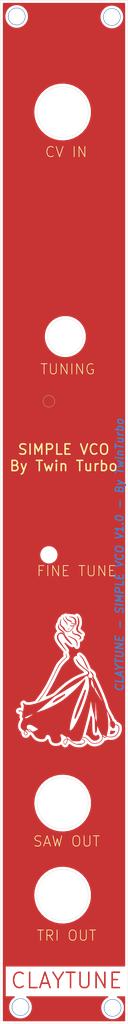
<source format=kicad_pcb>
(kicad_pcb (version 20171130) (host pcbnew "(5.1.5)-3")
  (layers (0 F.Cu signal hide) (31 B.Cu signal) (34 B.Paste user hide) (35 F.Paste user hide) (36 B.SilkS user) (37 F.SilkS user) (38 B.Mask user) (39 F.Mask user) (44 Edge.Cuts user))
  (net 0 "")
  (net 1 GND)
  (module MountingHole:MountingHole_3.2mm_M3_DIN965_Pad (layer F.Cu) (at 119.36 50.79)
    (fp_text reference REF** (at 0 -3.8) (layer F.SilkS))
    (fp_text value MountingHole_3.2mm_M3_DIN965_Pad)
    (pad 1 thru_hole circle (at 0 0) (size 3.4 3.4) (drill 3.2) (layers *.Cu *.Mask) (net 1 GND))
  )
  (module MountingHole:MountingHole_3.2mm_M3_DIN965_Pad (layer F.Cu) (at 100.74 50.69)
    (fp_text reference REF** (at 0 -3.8) (layer F.SilkS))
    (fp_text value MountingHole_3.2mm_M3_DIN965_Pad)
    (pad 1 thru_hole circle (at 0 0) (size 3.4 3.4) (drill 3.2) (layers *.Cu *.Mask) (net 1 GND))
  )
  (module MountingHole:MountingHole_3.2mm_M3_DIN965_Pad (layer F.Cu) (at 101.48 244.2)
    (fp_text reference REF** hide)
    (fp_text value MountingHole_3.2mm_M3_DIN965_Pad)
    (pad 1 thru_hole circle (at 0 0) (size 3.4 3.4) (drill 3.2) (layers *.Cu *.Mask) (net 1 GND))
  )
  (module MountingHole:MountingHole_3.2mm_M3_DIN965_Pad (layer F.Cu) (at 119.5 244.34)
    (fp_text reference REF** hide)
    (fp_text value MountingHole_3.2mm_M3_DIN965_Pad)
    (pad 1 thru_hole circle (at 0 0) (size 3.4 3.4) (drill 3.2) (layers *.Cu *.Mask) (net 1 GND))
  )
  (module ROBSLIBRARY:GFX1FC (layer F.Cu) (at 110.998 179.832)
    (fp_text reference G*** hide)
    (fp_text value LOGO hide)
    (fp_poly (pts (xy 1.411526 -3.663938) (xy 1.446125 -3.60742) (xy 1.489177 -3.527163) (xy 1.5001 -3.505457) (xy 1.565995 -3.388445) (xy 1.657432 -3.247325) (xy 1.765098 -3.095015) (xy 1.879674 -2.944429) (xy 1.991847 -2.808484) (xy 2.047919 -2.745946) (xy 2.124257 -2.662446) (xy 2.202454 -2.574599) (xy 2.240437 -2.530798) (xy 2.322617 -2.441352) (xy 2.429521 -2.334476) (xy 2.54618 -2.224528) (xy 2.657629 -2.125866) (xy 2.695095 -2.094649) (xy 2.751527 -2.048089) (xy 2.78974 -2.015494) (xy 2.796796 -2.00896) (xy 2.83933 -1.971166) (xy 2.913167 -1.911633) (xy 3.008148 -1.838061) (xy 3.114111 -1.758147) (xy 3.220899 -1.679593) (xy 3.318349 -1.610096) (xy 3.368869 -1.57544) (xy 3.555944 -1.444727) (xy 3.700762 -1.330494) (xy 3.807182 -1.227803) (xy 3.879065 -1.131716) (xy 3.920273 -1.037295) (xy 3.934667 -0.939599) (xy 3.929772 -0.858013) (xy 3.909399 -0.77354) (xy 3.871748 -0.669736) (xy 3.824578 -0.564115) (xy 3.775645 -0.474195) (xy 3.736138 -0.42079) (xy 3.713857 -0.366651) (xy 3.721587 -0.295504) (xy 3.749441 -0.240044) (xy 3.77925 -0.175397) (xy 3.787579 -0.124711) (xy 3.810335 -0.046348) (xy 3.873661 0.004616) (xy 3.973496 0.02515) (xy 3.9887 0.025426) (xy 4.078548 0.035415) (xy 4.161838 0.060021) (xy 4.173954 0.065728) (xy 4.238353 0.090131) (xy 4.277185 0.08059) (xy 4.279478 0.07844) (xy 4.326165 0.054512) (xy 4.383558 0.050683) (xy 4.431369 0.065179) (xy 4.449449 0.093318) (xy 4.459634 0.138965) (xy 4.485972 0.209842) (xy 4.522139 0.292597) (xy 4.56181 0.373878) (xy 4.59866 0.440332) (xy 4.626365 0.478609) (xy 4.634077 0.483084) (xy 4.646709 0.461273) (xy 4.642425 0.405365) (xy 4.641439 0.400451) (xy 4.628201 0.326377) (xy 4.613682 0.230023) (xy 4.606772 0.177978) (xy 4.594573 0.097874) (xy 4.579563 0.056933) (xy 4.555291 0.043598) (xy 4.532082 0.044195) (xy 4.487453 0.032551) (xy 4.473059 -0.001002) (xy 4.497357 -0.036313) (xy 4.4981 -0.036778) (xy 4.522206 -0.066669) (xy 4.556786 -0.12604) (xy 4.574326 -0.160617) (xy 4.602629 -0.222335) (xy 4.614179 -0.268409) (xy 4.609299 -0.318193) (xy 4.58831 -0.391039) (xy 4.578661 -0.421087) (xy 4.549565 -0.515097) (xy 4.52513 -0.600567) (xy 4.513848 -0.645242) (xy 4.488813 -0.699361) (xy 4.437881 -0.773807) (xy 4.371562 -0.853403) (xy 4.364212 -0.861358) (xy 4.248108 -0.988545) (xy 4.166447 -1.084995) (xy 4.116318 -1.154471) (xy 4.094808 -1.200739) (xy 4.093493 -1.211371) (xy 4.109506 -1.237893) (xy 4.154466 -1.228563) (xy 4.223752 -1.185729) (xy 4.312745 -1.111737) (xy 4.340328 -1.085982) (xy 4.419006 -1.014601) (xy 4.495069 -0.951711) (xy 4.549887 -0.912366) (xy 4.610573 -0.857584) (xy 4.661104 -0.782897) (xy 4.667141 -0.769898) (xy 4.714637 -0.64057) (xy 4.750295 -0.50756) (xy 4.772573 -0.381678) (xy 4.77993 -0.273735) (xy 4.770825 -0.194541) (xy 4.75381 -0.161978) (xy 4.743151 -0.127704) (xy 4.762068 -0.070487) (xy 4.812862 0.015303) (xy 4.846162 0.063922) (xy 4.873665 0.110244) (xy 4.918856 0.194672) (xy 4.977803 0.309287) (xy 5.046573 0.446172) (xy 5.121232 0.597406) (xy 5.197847 0.755071) (xy 5.272485 0.911248) (xy 5.341212 1.05802) (xy 5.357458 1.093294) (xy 5.402307 1.190469) (xy 5.456599 1.307284) (xy 5.505144 1.411112) (xy 5.551721 1.51131) (xy 5.59502 1.606087) (xy 5.626007 1.675665) (xy 5.62705 1.678079) (xy 5.656956 1.7462) (xy 5.69906 1.840601) (xy 5.744447 1.9413) (xy 5.746146 1.945045) (xy 5.791573 2.045603) (xy 5.834195 2.140631) (xy 5.865046 2.210136) (xy 5.865869 2.212012) (xy 5.898852 2.286227) (xy 5.94147 2.380787) (xy 5.968796 2.440841) (xy 6.041927 2.60427) (xy 6.100007 2.742502) (xy 6.121561 2.796797) (xy 6.145193 2.853444) (xy 6.181579 2.936548) (xy 6.215946 3.012913) (xy 6.25535 3.100278) (xy 6.288366 3.175185) (xy 6.305752 3.216317) (xy 6.324793 3.264464) (xy 6.355957 3.343553) (xy 6.392783 3.437193) (xy 6.395908 3.445146) (xy 6.44081 3.556527) (xy 6.488734 3.670922) (xy 6.525508 3.755033) (xy 6.558432 3.83379) (xy 6.580106 3.897108) (xy 6.585185 3.922748) (xy 6.596798 3.972057) (xy 6.62754 4.050444) (xy 6.671266 4.142865) (xy 6.688522 4.175782) (xy 6.709291 4.239856) (xy 6.712312 4.269626) (xy 6.72391 4.318443) (xy 6.737737 4.335035) (xy 6.759403 4.371043) (xy 6.763163 4.398039) (xy 6.774252 4.451958) (xy 6.801372 4.521345) (xy 6.805603 4.530022) (xy 6.849412 4.618461) (xy 6.874849 4.673872) (xy 6.886814 4.70844) (xy 6.890207 4.734351) (xy 6.89029 4.740635) (xy 6.899854 4.78857) (xy 6.923164 4.855035) (xy 6.925984 4.86175) (xy 6.955681 4.940925) (xy 6.985499 5.034839) (xy 6.992446 5.05966) (xy 7.015417 5.140827) (xy 7.036439 5.208317) (xy 7.042267 5.224925) (xy 7.090495 5.363459) (xy 7.125086 5.483205) (xy 7.142923 5.572798) (xy 7.14467 5.59845) (xy 7.153112 5.654757) (xy 7.16997 5.682583) (xy 7.188266 5.716943) (xy 7.195395 5.773298) (xy 7.206893 5.819334) (xy 7.239854 5.905109) (xy 7.291974 6.025405) (xy 7.360954 6.175006) (xy 7.44449 6.348692) (xy 7.489147 6.439215) (xy 7.581869 6.625575) (xy 7.655304 6.772599) (xy 7.712716 6.886529) (xy 7.757371 6.973605) (xy 7.792532 7.040068) (xy 7.821464 7.092159) (xy 7.847432 7.13612) (xy 7.8737 7.17819) (xy 7.884637 7.195287) (xy 7.918277 7.250852) (xy 7.965275 7.332337) (xy 8.009585 7.411512) (xy 8.064982 7.511935) (xy 8.121586 7.614358) (xy 8.157094 7.678479) (xy 8.194852 7.746964) (xy 8.223205 7.800386) (xy 8.250145 7.854784) (xy 8.283664 7.926196) (xy 8.321809 8.009009) (xy 8.363332 8.105745) (xy 8.400154 8.202204) (xy 8.416122 8.250551) (xy 8.459595 8.379759) (xy 8.503406 8.466857) (xy 8.553365 8.520294) (xy 8.615282 8.548514) (xy 8.62228 8.550257) (xy 8.722872 8.59777) (xy 8.813923 8.684104) (xy 8.887389 8.797249) (xy 8.935231 8.925197) (xy 8.949749 9.039254) (xy 8.949749 9.127728) (xy 9.116478 9.127728) (xy 9.276849 9.145939) (xy 9.423563 9.203549) (xy 9.566612 9.305024) (xy 9.617603 9.351672) (xy 9.697197 9.437208) (xy 9.752689 9.522501) (xy 9.78803 9.619431) (xy 9.807172 9.739874) (xy 9.814066 9.895708) (xy 9.81434 9.943013) (xy 9.811049 10.105137) (xy 9.798839 10.235589) (xy 9.774435 10.353234) (xy 9.734569 10.476937) (xy 9.711013 10.538839) (xy 9.690639 10.592636) (xy 9.661851 10.670815) (xy 9.647469 10.710461) (xy 9.618615 10.779455) (xy 9.59271 10.823172) (xy 9.581931 10.831232) (xy 9.56407 10.852557) (xy 9.55996 10.882083) (xy 9.551007 10.923423) (xy 9.538615 10.932933) (xy 9.513593 10.953451) (xy 9.488331 10.996451) (xy 9.432325 11.084756) (xy 9.344546 11.18303) (xy 9.23486 11.283815) (xy 9.113132 11.379657) (xy 8.989227 11.463099) (xy 8.87301 11.526686) (xy 8.774347 11.562961) (xy 8.731347 11.568569) (xy 8.679929 11.577229) (xy 8.659323 11.590814) (xy 8.629392 11.604771) (xy 8.561915 11.622288) (xy 8.46975 11.64019) (xy 8.439113 11.645176) (xy 8.354602 11.656943) (xy 8.276496 11.663675) (xy 8.193907 11.665152) (xy 8.095949 11.66115) (xy 7.971737 11.651448) (xy 7.810383 11.635824) (xy 7.767931 11.631478) (xy 7.705563 11.621935) (xy 7.624392 11.603152) (xy 7.513658 11.572423) (xy 7.409706 11.541421) (xy 7.329271 11.521229) (xy 7.286251 11.523139) (xy 7.271894 11.547935) (xy 7.271671 11.553796) (xy 7.252281 11.624572) (xy 7.204429 11.696055) (xy 7.143595 11.748097) (xy 7.112762 11.760618) (xy 7.026572 11.770117) (xy 6.944008 11.755792) (xy 6.856276 11.713471) (xy 6.75458 11.638985) (xy 6.637979 11.535527) (xy 6.57727 11.48041) (xy 6.546159 11.458307) (xy 6.538245 11.466312) (xy 6.544518 11.493113) (xy 6.580719 11.694965) (xy 6.566542 11.893385) (xy 6.50242 12.086948) (xy 6.388786 12.27423) (xy 6.263524 12.417572) (xy 6.086945 12.570338) (xy 5.890423 12.699426) (xy 5.689449 12.795358) (xy 5.593593 12.827515) (xy 5.488425 12.858056) (xy 5.380387 12.890541) (xy 5.335927 12.904345) (xy 5.196199 12.932182) (xy 5.028697 12.940706) (xy 4.850465 12.931241) (xy 4.678546 12.905108) (xy 4.529984 12.86363) (xy 4.468863 12.837077) (xy 4.41837 12.817792) (xy 4.39759 12.814415) (xy 4.362228 12.799048) (xy 4.297909 12.757793) (xy 4.214233 12.697921) (xy 4.120796 12.626703) (xy 4.027196 12.551409) (xy 3.943029 12.47931) (xy 3.89009 12.429955) (xy 3.821131 12.359275) (xy 3.733628 12.265873) (xy 3.642261 12.165524) (xy 3.604172 12.12273) (xy 3.453457 11.97218) (xy 3.294804 11.850164) (xy 3.138736 11.764196) (xy 3.063763 11.736724) (xy 3.002208 11.7247) (xy 2.908039 11.713203) (xy 2.799466 11.704365) (xy 2.776277 11.703033) (xy 2.649391 11.700305) (xy 2.564992 11.709841) (xy 2.515619 11.734354) (xy 2.493812 11.77656) (xy 2.490883 11.806867) (xy 2.475005 11.870522) (xy 2.452745 11.910315) (xy 2.423102 11.966073) (xy 2.415415 12.00172) (xy 2.397724 12.049546) (xy 2.364564 12.08979) (xy 2.326463 12.134243) (xy 2.313713 12.16518) (xy 2.29456 12.20666) (xy 2.245886 12.263274) (xy 2.180869 12.322542) (xy 2.11269 12.371985) (xy 2.073398 12.392745) (xy 1.996416 12.412651) (xy 1.87874 12.427802) (xy 1.730304 12.438187) (xy 1.561043 12.443792) (xy 1.380892 12.444608) (xy 1.199784 12.440622) (xy 1.027656 12.431821) (xy 0.874441 12.418194) (xy 0.750074 12.39973) (xy 0.724624 12.39435) (xy 0.545643 12.328129) (xy 0.390689 12.21838) (xy 0.263733 12.068302) (xy 0.21391 11.982886) (xy 0.146019 11.874396) (xy 0.135534 11.861926) (xy 2.223257 11.861926) (xy 2.243584 11.873541) (xy 2.249255 11.873674) (xy 2.281303 11.852428) (xy 2.288288 11.822823) (xy 2.283317 11.781441) (xy 2.27647 11.771972) (xy 2.256772 11.791436) (xy 2.237437 11.822823) (xy 2.223257 11.861926) (xy 0.135534 11.861926) (xy 0.06241 11.774967) (xy -0.022722 11.700568) (xy -0.05415 11.681328) (xy -0.158188 11.633957) (xy -0.200301 11.61942) (xy 2.591089 11.61942) (xy 2.808482 11.61942) (xy 2.929713 11.622325) (xy 3.019246 11.633339) (xy 3.096021 11.655909) (xy 3.157636 11.682983) (xy 3.232611 11.717554) (xy 3.28903 11.740639) (xy 3.30987 11.746547) (xy 3.34549 11.761695) (xy 3.406026 11.808197) (xy 3.493157 11.887637) (xy 3.608564 12.0016) (xy 3.753924 12.151671) (xy 3.877377 12.282228) (xy 4.029225 12.432031) (xy 4.183088 12.561823) (xy 4.331943 12.666909) (xy 4.468765 12.742593) (xy 4.586532 12.784181) (xy 4.638093 12.790776) (xy 4.712513 12.799238) (xy 4.767267 12.814415) (xy 4.833396 12.828835) (xy 4.935722 12.834952) (xy 5.060308 12.832977) (xy 5.193219 12.823124) (xy 5.318185 12.806016) (xy 5.406723 12.788273) (xy 5.474633 12.770631) (xy 5.506757 12.757174) (xy 5.546706 12.740191) (xy 5.567575 12.738139) (xy 5.60891 12.727409) (xy 5.681674 12.698905) (xy 5.772099 12.658157) (xy 5.798523 12.645397) (xy 5.958098 12.550559) (xy 6.112873 12.428639) (xy 6.250363 12.291412) (xy 6.358081 12.150654) (xy 6.398299 12.079737) (xy 6.42949 12.01141) (xy 6.449634 11.95016) (xy 6.46104 11.881738) (xy 6.46602 11.791894) (xy 6.466883 11.666378) (xy 6.466853 11.656905) (xy 6.465381 11.529894) (xy 6.460452 11.440212) (xy 6.449706 11.374348) (xy 6.430781 11.318792) (xy 6.401316 11.260033) (xy 6.395737 11.249921) (xy 6.353788 11.175959) (xy 6.333493 11.141867) (xy 6.498573 11.141867) (xy 6.510206 11.176656) (xy 6.542334 11.230796) (xy 6.590501 11.298091) (xy 6.65025 11.372349) (xy 6.717123 11.447374) (xy 6.786664 11.516973) (xy 6.854416 11.574952) (xy 6.859481 11.578794) (xy 6.967506 11.645655) (xy 7.054338 11.667345) (xy 7.121789 11.644044) (xy 7.154333 11.607602) (xy 7.186634 11.539237) (xy 7.193362 11.480718) (xy 7.174302 11.445796) (xy 7.156912 11.441442) (xy 7.102038 11.429799) (xy 7.074279 11.417806) (xy 7.032633 11.396642) (xy 6.986322 11.373733) (xy 7.337844 11.373733) (xy 7.366506 11.42326) (xy 7.43341 11.441436) (xy 7.434965 11.441442) (xy 7.4905 11.451155) (xy 7.514484 11.464263) (xy 7.553626 11.481906) (xy 7.620715 11.497271) (xy 7.64034 11.500146) (xy 7.733838 11.515849) (xy 7.824507 11.536486) (xy 7.831031 11.538286) (xy 7.951762 11.558928) (xy 8.103177 11.565191) (xy 8.267351 11.557631) (xy 8.426358 11.536802) (xy 8.515904 11.517092) (xy 8.625278 11.484881) (xy 8.730741 11.44864) (xy 8.809575 11.416178) (xy 8.809967 11.415989) (xy 8.878419 11.385346) (xy 8.928807 11.367248) (xy 8.94027 11.365166) (xy 8.976241 11.349339) (xy 9.015528 11.318638) (xy 9.074182 11.270167) (xy 9.136278 11.225715) (xy 9.201729 11.168248) (xy 9.278613 11.07831) (xy 9.36031 10.966508) (xy 9.440204 10.843452) (xy 9.511677 10.71975) (xy 9.568112 10.606011) (xy 9.602892 10.512841) (xy 9.610811 10.464989) (xy 9.6221 10.411587) (xy 9.646183 10.353242) (xy 9.661461 10.297389) (xy 9.673414 10.203961) (xy 9.681722 10.08615) (xy 9.68606 9.957142) (xy 9.686107 9.830128) (xy 9.68154 9.718296) (xy 9.672037 9.634835) (xy 9.664465 9.605474) (xy 9.597219 9.492123) (xy 9.490458 9.387428) (xy 9.355516 9.299522) (xy 9.203725 9.236536) (xy 9.122192 9.216386) (xy 9.047317 9.212445) (xy 8.995371 9.23861) (xy 8.98898 9.244683) (xy 8.958797 9.280418) (xy 8.966837 9.304862) (xy 8.991424 9.324523) (xy 9.023774 9.353008) (xy 9.014713 9.372245) (xy 8.994244 9.384714) (xy 8.957733 9.428759) (xy 8.949749 9.46421) (xy 8.943023 9.517626) (xy 8.925639 9.599295) (xy 8.907976 9.667364) (xy 8.861304 9.789446) (xy 8.798817 9.867466) (xy 8.713834 9.907388) (xy 8.629387 9.915916) (xy 8.512617 9.89126) (xy 8.408124 9.817965) (xy 8.317191 9.697038) (xy 8.292474 9.651077) (xy 8.232531 9.558609) (xy 8.154561 9.497689) (xy 8.127881 9.484112) (xy 8.028297 9.424593) (xy 7.965661 9.351455) (xy 7.933203 9.252954) (xy 7.924178 9.130759) (xy 7.924842 9.108368) (xy 8.017678 9.108368) (xy 8.039344 9.223345) (xy 8.086809 9.307846) (xy 8.136587 9.365753) (xy 8.169376 9.379161) (xy 8.181818 9.348388) (xy 8.17635 9.29935) (xy 8.162935 9.227437) (xy 8.146032 9.131126) (xy 8.135066 9.066023) (xy 8.119963 8.98399) (xy 8.106089 8.924483) (xy 8.098071 8.90321) (xy 8.082025 8.916395) (xy 8.056107 8.96391) (xy 8.045221 8.988576) (xy 8.017678 9.108368) (xy 7.924842 9.108368) (xy 7.927223 9.028201) (xy 7.941906 8.953597) (xy 7.973973 8.884394) (xy 7.996218 8.848048) (xy 8.039614 8.771151) (xy 8.060344 8.701466) (xy 8.064743 8.613982) (xy 8.063845 8.581082) (xy 8.05698 8.483475) (xy 8.045261 8.39485) (xy 8.036016 8.352253) (xy 8.019424 8.289678) (xy 7.996689 8.196745) (xy 7.972529 8.092777) (xy 7.970839 8.085286) (xy 7.94289 7.970798) (xy 7.908059 7.84219) (xy 7.870195 7.71225) (xy 7.83315 7.593768) (xy 7.800777 7.499535) (xy 7.777608 7.443639) (xy 7.757899 7.386927) (xy 7.754754 7.361869) (xy 7.745103 7.315569) (xy 7.72112 7.247284) (xy 7.713092 7.22804) (xy 7.681316 7.153145) (xy 7.655743 7.090346) (xy 7.652121 7.080981) (xy 7.617884 7.000491) (xy 7.567718 6.894278) (xy 7.510497 6.781012) (xy 7.501111 6.763164) (xy 7.464703 6.691331) (xy 7.436431 6.630455) (xy 7.433459 6.623324) (xy 7.420294 6.603858) (xy 7.411174 6.626581) (xy 7.404491 6.692378) (xy 7.404925 6.775536) (xy 7.415893 6.844159) (xy 7.422866 6.862328) (xy 7.440188 6.919783) (xy 7.449259 6.99883) (xy 7.449649 7.017418) (xy 7.456437 7.098212) (xy 7.473226 7.165067) (xy 7.477905 7.175259) (xy 7.49411 7.224927) (xy 7.511579 7.308945) (xy 7.527045 7.411015) (xy 7.529845 7.434198) (xy 7.552227 7.628654) (xy 7.57001 7.782104) (xy 7.584334 7.904069) (xy 7.59634 8.004067) (xy 7.607168 8.091619) (xy 7.617958 8.176246) (xy 7.627633 8.250551) (xy 7.641296 8.386004) (xy 7.651508 8.551652) (xy 7.65838 8.739578) (xy 7.662019 8.941862) (xy 7.662535 9.150588) (xy 7.660036 9.357837) (xy 7.654631 9.555692) (xy 7.646429 9.736234) (xy 7.635538 9.891547) (xy 7.622067 10.013711) (xy 7.606125 10.09481) (xy 7.602137 10.106777) (xy 7.585055 10.177871) (xy 7.576893 10.263292) (xy 7.576776 10.273163) (xy 7.574775 10.330749) (xy 7.567409 10.393905) (xy 7.552638 10.47395) (xy 7.52842 10.582207) (xy 7.499067 10.704105) (xy 7.47576 10.802074) (xy 7.453293 10.900747) (xy 7.449027 10.920221) (xy 7.417792 11.061071) (xy 7.39322 11.162897) (xy 7.372467 11.236632) (xy 7.352688 11.293205) (xy 7.350654 11.298338) (xy 7.337844 11.373733) (xy 6.986322 11.373733) (xy 6.958068 11.359757) (xy 6.863474 11.313503) (xy 6.814014 11.289489) (xy 6.714338 11.24031) (xy 6.6286 11.196373) (xy 6.569679 11.164351) (xy 6.554623 11.155115) (xy 6.511893 11.132622) (xy 6.498573 11.141867) (xy 6.333493 11.141867) (xy 6.319963 11.119139) (xy 6.306213 11.098199) (xy 6.273134 11.046717) (xy 6.22375 10.959864) (xy 6.163548 10.848212) (xy 6.098016 10.722335) (xy 6.032643 10.592803) (xy 5.972916 10.470191) (xy 5.924323 10.365072) (xy 5.916889 10.348149) (xy 5.883151 10.270975) (xy 5.84157 10.176466) (xy 5.821936 10.132032) (xy 5.781696 10.039834) (xy 5.743591 9.950449) (xy 5.729243 9.915916) (xy 5.698367 9.844387) (xy 5.671126 9.787422) (xy 5.668638 9.782778) (xy 5.647553 9.718901) (xy 5.644444 9.688933) (xy 5.633783 9.640757) (xy 5.620975 9.624733) (xy 5.59927 9.591621) (xy 5.580768 9.534022) (xy 5.563117 9.479118) (xy 5.54589 9.473344) (xy 5.529932 9.514982) (xy 5.51609 9.602313) (xy 5.508822 9.680193) (xy 5.493676 9.849168) (xy 5.474399 10.019847) (xy 5.452425 10.182925) (xy 5.429188 10.329094) (xy 5.406123 10.449047) (xy 5.384664 10.533479) (xy 5.372603 10.564265) (xy 5.327526 10.659472) (xy 5.28637 10.764366) (xy 5.278879 10.786737) (xy 5.246503 10.824718) (xy 5.200547 10.82636) (xy 5.171356 10.801409) (xy 5.147724 10.749424) (xy 5.126924 10.672749) (xy 5.108741 10.568373) (xy 5.092961 10.433287) (xy 5.07937 10.264478) (xy 5.067753 10.058937) (xy 5.057897 9.813653) (xy 5.049586 9.525617) (xy 5.042606 9.191816) (xy 5.038474 8.934548) (xy 5.033397 8.619832) (xy 5.027968 8.354696) (xy 5.02214 8.13787) (xy 5.015863 7.968086) (xy 5.009091 7.844073) (xy 5.001776 7.764561) (xy 4.993869 7.728281) (xy 4.992934 7.726841) (xy 4.967616 7.676397) (xy 4.950532 7.614915) (xy 4.933058 7.535149) (xy 4.912325 7.457417) (xy 5.129841 7.457417) (xy 5.130201 7.598608) (xy 5.131729 7.713691) (xy 5.134484 7.8062) (xy 5.138521 7.879667) (xy 5.143897 7.937628) (xy 5.150669 7.983616) (xy 5.158894 8.021165) (xy 5.168628 8.053808) (xy 5.179927 8.08508) (xy 5.184899 8.097998) (xy 5.239667 8.247172) (xy 5.272878 8.357096) (xy 5.281614 8.397058) (xy 5.298292 8.453257) (xy 5.316845 8.481192) (xy 5.334442 8.514795) (xy 5.339339 8.555077) (xy 5.347193 8.626663) (xy 5.366794 8.678963) (xy 5.38819 8.695496) (xy 5.39294 8.671266) (xy 5.396408 8.603333) (xy 5.398488 8.49883) (xy 5.399076 8.364892) (xy 5.398063 8.208651) (xy 5.396806 8.117067) (xy 5.39301 7.942517) (xy 5.38763 7.777855) (xy 5.381111 7.632368) (xy 5.373895 7.515344) (xy 5.366425 7.43607) (xy 5.363388 7.416617) (xy 5.353766 7.341865) (xy 5.345949 7.231842) (xy 5.340809 7.102119) (xy 5.339192 6.984385) (xy 5.336852 6.845956) (xy 5.330626 6.709431) (xy 5.321511 6.592096) (xy 5.31246 6.521622) (xy 5.30299 6.44854) (xy 5.292366 6.335384) (xy 5.281406 6.192891) (xy 5.270931 6.031799) (xy 5.261761 5.862847) (xy 5.261038 5.847848) (xy 5.248359 5.583523) (xy 5.23766 5.365483) (xy 5.228636 5.189212) (xy 5.220981 5.050195) (xy 5.214392 4.943917) (xy 5.208562 4.865862) (xy 5.203186 4.811517) (xy 5.19796 4.776365) (xy 5.192579 4.755891) (xy 5.186737 4.745581) (xy 5.186552 4.745381) (xy 5.181938 4.76535) (xy 5.176946 4.831213) (xy 5.171742 4.938019) (xy 5.166493 5.080816) (xy 5.161363 5.25465) (xy 5.15652 5.45457) (xy 5.152129 5.675622) (xy 5.149057 5.8641) (xy 5.143593 6.236151) (xy 5.138958 6.560892) (xy 5.135209 6.841854) (xy 5.132402 7.082574) (xy 5.130593 7.286583) (xy 5.129841 7.457417) (xy 4.912325 7.457417) (xy 4.91036 7.45005) (xy 4.910241 7.44965) (xy 4.887406 7.373039) (xy 4.858341 7.275707) (xy 4.841931 7.220821) (xy 4.813788 7.120991) (xy 4.788671 7.022356) (xy 4.778944 6.97928) (xy 4.760102 6.896803) (xy 4.734212 6.793204) (xy 4.716128 6.725025) (xy 4.689543 6.626075) (xy 4.665099 6.532425) (xy 4.652796 6.483484) (xy 4.608715 6.301284) (xy 4.574591 6.156702) (xy 4.547926 6.038054) (xy 4.526223 5.933655) (xy 4.506985 5.831821) (xy 4.487715 5.720867) (xy 4.480234 5.676114) (xy 4.463471 5.596092) (xy 4.44431 5.53365) (xy 4.436501 5.517205) (xy 4.419635 5.471624) (xy 4.401839 5.395603) (xy 4.39214 5.33934) (xy 4.364632 5.158685) (xy 4.340871 5.015631) (xy 4.318555 4.89729) (xy 4.295378 4.790775) (xy 4.289844 4.767268) (xy 4.269381 4.691832) (xy 4.25292 4.659335) (xy 4.238996 4.671638) (xy 4.226141 4.730605) (xy 4.212889 4.838096) (xy 4.209721 4.868969) (xy 4.194681 5.000783) (xy 4.174273 5.154359) (xy 4.150518 5.316713) (xy 4.125443 5.474862) (xy 4.101068 5.615821) (xy 4.079419 5.726606) (xy 4.06914 5.771021) (xy 4.0514 5.846825) (xy 4.030258 5.946118) (xy 4.016935 6.013114) (xy 3.985086 6.17393) (xy 3.953042 6.326742) (xy 3.923398 6.459744) (xy 3.898746 6.561128) (xy 3.888084 6.599703) (xy 3.870775 6.680314) (xy 3.864664 6.747571) (xy 3.854619 6.820378) (xy 3.837439 6.868228) (xy 3.816993 6.92246) (xy 3.795379 7.003656) (xy 3.785483 7.05089) (xy 3.766545 7.151587) (xy 3.747697 7.251459) (xy 3.741286 7.285315) (xy 3.72441 7.358074) (xy 3.706715 7.411079) (xy 3.70271 7.418867) (xy 3.687383 7.460273) (xy 3.669042 7.532435) (xy 3.658613 7.583202) (xy 3.623873 7.759297) (xy 3.589257 7.912127) (xy 3.548595 8.068888) (xy 3.54759 8.072573) (xy 3.500574 8.248243) (xy 3.464579 8.391406) (xy 3.43665 8.513121) (xy 3.418639 8.583254) (xy 3.4011 8.632829) (xy 3.398061 8.638549) (xy 3.382787 8.678682) (xy 3.363719 8.748675) (xy 3.354462 8.789142) (xy 3.318676 8.946391) (xy 3.279382 9.095857) (xy 3.240391 9.22943) (xy 3.21209 9.329229) (xy 3.186842 9.427842) (xy 3.177058 9.470971) (xy 3.156814 9.555671) (xy 3.128833 9.65844) (xy 3.112813 9.712513) (xy 3.085913 9.810248) (xy 3.064738 9.905328) (xy 3.057741 9.947857) (xy 3.044379 10.013425) (xy 3.026706 10.05397) (xy 3.02294 10.057416) (xy 3.005701 10.090774) (xy 2.999299 10.139889) (xy 2.98552 10.215263) (xy 2.962062 10.271872) (xy 2.934999 10.345116) (xy 2.924825 10.416568) (xy 2.916946 10.477644) (xy 2.899163 10.512976) (xy 2.898498 10.513414) (xy 2.880505 10.547511) (xy 2.872204 10.608135) (xy 2.872172 10.61026) (xy 2.859678 10.690727) (xy 2.834935 10.754955) (xy 2.806739 10.828353) (xy 2.797697 10.886938) (xy 2.78848 10.943276) (xy 2.771371 10.971071) (xy 2.754054 11.004942) (xy 2.746016 11.06633) (xy 2.745946 11.072773) (xy 2.739896 11.134979) (xy 2.725155 11.171351) (xy 2.723403 11.172694) (xy 2.704482 11.204728) (xy 2.686242 11.266302) (xy 2.682989 11.282252) (xy 2.666383 11.351218) (xy 2.648368 11.398574) (xy 2.645284 11.403304) (xy 2.628006 11.443596) (xy 2.610926 11.510194) (xy 2.608269 11.524074) (xy 2.591089 11.61942) (xy -0.200301 11.61942) (xy -0.259316 11.599049) (xy -0.34981 11.577514) (xy -0.421947 11.570262) (xy -0.468004 11.578204) (xy -0.480258 11.602249) (xy -0.460798 11.633404) (xy -0.429329 11.677719) (xy -0.389478 11.746621) (xy -0.349801 11.823464) (xy -0.318855 11.891603) (xy -0.305195 11.934393) (xy -0.305105 11.936278) (xy -0.283963 11.968989) (xy -0.23278 12.006379) (xy -0.169919 12.037547) (xy -0.113744 12.051592) (xy -0.110755 12.051652) (xy -0.076016 12.065924) (xy -0.009714 12.104575) (xy 0.079118 12.161357) (xy 0.181449 12.230022) (xy 0.288246 12.304324) (xy 0.390479 12.378014) (xy 0.479115 12.444845) (xy 0.545123 12.498569) (xy 0.572072 12.523991) (xy 0.605321 12.552429) (xy 0.663381 12.596163) (xy 0.732978 12.645893) (xy 0.800838 12.69232) (xy 0.853688 12.726144) (xy 0.877741 12.738139) (xy 0.905197 12.750553) (xy 0.959767 12.782022) (xy 0.991591 12.801702) (xy 1.063396 12.840318) (xy 1.125901 12.86287) (xy 1.143639 12.865266) (xy 1.185228 12.875819) (xy 1.194995 12.890691) (xy 1.216661 12.910129) (xy 1.255652 12.916117) (xy 1.322355 12.927985) (xy 1.389135 12.954098) (xy 1.47033 12.982541) (xy 1.554806 12.991171) (xy 1.62279 12.979099) (xy 1.643897 12.965553) (xy 1.678831 12.955315) (xy 1.758502 12.945966) (xy 1.876799 12.937964) (xy 2.027608 12.931769) (xy 2.127987 12.929176) (xy 2.294758 12.925158) (xy 2.419021 12.920429) (xy 2.509116 12.914039) (xy 2.573386 12.905039) (xy 2.620171 12.892478) (xy 2.657815 12.875408) (xy 2.671948 12.867246) (xy 2.737819 12.828867) (xy 2.78986 12.800934) (xy 2.796796 12.797645) (xy 2.871431 12.742845) (xy 2.935209 12.660191) (xy 2.973654 12.570465) (xy 2.978729 12.536512) (xy 2.979129 12.418161) (xy 2.967095 12.340973) (xy 2.9413 12.296489) (xy 2.941048 12.296255) (xy 2.867484 12.243717) (xy 2.77909 12.201253) (xy 2.699415 12.179659) (xy 2.684815 12.178779) (xy 2.635874 12.170874) (xy 2.618819 12.154889) (xy 2.596425 12.137151) (xy 2.541332 12.124384) (xy 2.529298 12.123107) (xy 2.467545 12.109646) (xy 2.442512 12.08961) (xy 2.457322 12.072606) (xy 2.511396 12.068024) (xy 2.588367 12.077832) (xy 2.677324 12.097165) (xy 2.7603 12.121185) (xy 2.819331 12.145052) (xy 2.833663 12.154812) (xy 2.879351 12.177255) (xy 2.897227 12.179625) (xy 2.949309 12.197627) (xy 3.004472 12.238747) (xy 3.043449 12.286498) (xy 3.051051 12.311253) (xy 3.067735 12.360129) (xy 3.079384 12.37492) (xy 3.089732 12.414942) (xy 3.084538 12.484805) (xy 3.067533 12.567293) (xy 3.042452 12.645191) (xy 3.013024 12.701282) (xy 3.007136 12.708173) (xy 2.979436 12.746734) (xy 2.974774 12.762001) (xy 2.954897 12.78694) (xy 2.903964 12.828064) (xy 2.83503 12.876251) (xy 2.761147 12.92238) (xy 2.695367 12.957329) (xy 2.695095 12.957454) (xy 2.629984 12.986365) (xy 2.548629 13.021387) (xy 2.52983 13.029331) (xy 2.453068 13.062383) (xy 2.388447 13.091465) (xy 2.376393 13.097182) (xy 2.333008 13.105128) (xy 2.24934 13.109944) (xy 2.135849 13.111819) (xy 2.002993 13.110946) (xy 1.861233 13.107513) (xy 1.721027 13.101713) (xy 1.592836 13.093735) (xy 1.487117 13.083771) (xy 1.461962 13.080509) (xy 1.376849 13.063025) (xy 1.306394 13.039198) (xy 1.284683 13.027488) (xy 1.229935 12.999592) (xy 1.196851 12.992393) (xy 1.153067 12.982312) (xy 1.085346 12.956628) (xy 1.008162 12.922178) (xy 0.935988 12.885798) (xy 0.883297 12.854325) (xy 0.864464 12.835376) (xy 0.844655 12.815373) (xy 0.836234 12.814415) (xy 0.806761 12.800597) (xy 0.748226 12.764543) (xy 0.67238 12.71435) (xy 0.590973 12.658116) (xy 0.515757 12.603939) (xy 0.45848 12.559918) (xy 0.432232 12.53599) (xy 0.404903 12.512593) (xy 0.346014 12.46758) (xy 0.265789 12.408309) (xy 0.174455 12.342141) (xy 0.08224 12.276434) (xy -0.000632 12.218547) (xy -0.063934 12.175841) (xy -0.093674 12.157519) (xy -0.164918 12.133471) (xy -0.211515 12.127928) (xy -0.247492 12.132727) (xy -0.268989 12.155163) (xy -0.282722 12.207297) (xy -0.291851 12.272234) (xy -0.323333 12.414328) (xy -0.385803 12.572465) (xy -0.482562 12.754725) (xy -0.503145 12.789501) (xy -0.559102 12.883092) (xy -0.617387 12.981006) (xy -0.635636 13.011778) (xy -0.695311 13.090188) (xy -0.756583 13.121107) (xy -0.824249 13.104472) (xy -0.903102 13.040216) (xy -0.933104 13.007747) (xy -1.006323 12.902856) (xy -1.067171 12.775904) (xy -1.107247 12.647387) (xy -1.109581 12.628544) (xy -1.037991 12.628544) (xy -0.994 12.774993) (xy -0.978436 12.806713) (xy -0.928728 12.886172) (xy -0.869089 12.960024) (xy -0.810744 13.016163) (xy -0.764914 13.042481) (xy -0.759304 13.043117) (xy -0.738354 13.022876) (xy -0.707415 12.972802) (xy -0.701025 12.960611) (xy -0.65728 12.878528) (xy -0.613699 12.801702) (xy -0.576828 12.736134) (xy -0.529785 12.648099) (xy -0.497511 12.585586) (xy -0.455757 12.503367) (xy -0.420749 12.434526) (xy -0.403962 12.401597) (xy -0.391218 12.352051) (xy -0.38303 12.272923) (xy -0.381382 12.217262) (xy -0.381382 12.077078) (xy -0.507008 12.077078) (xy -0.582834 12.081827) (xy -0.63564 12.093923) (xy -0.648349 12.102503) (xy -0.684195 12.12383) (xy -0.713633 12.127928) (xy -0.772682 12.148232) (xy -0.845788 12.202438) (xy -0.921447 12.28049) (xy -0.982085 12.362608) (xy -1.034032 12.489538) (xy -1.037991 12.628544) (xy -1.109581 12.628544) (xy -1.118719 12.554802) (xy -1.10447 12.476101) (xy -1.06766 12.377276) (xy -1.017192 12.278147) (xy -0.961968 12.198538) (xy -0.955391 12.191179) (xy -0.874779 12.123395) (xy -0.772048 12.062763) (xy -0.666233 12.018755) (xy -0.57637 12.000842) (xy -0.572806 12.000801) (xy -0.501246 11.996365) (xy -0.447823 11.985671) (xy -0.447206 11.985438) (xy -0.42175 11.952757) (xy -0.426949 11.893209) (xy -0.456975 11.815354) (xy -0.506001 11.727749) (xy -0.568201 11.638954) (xy -0.637748 11.557526) (xy -0.708814 11.492025) (xy -0.775572 11.451008) (xy -0.817579 11.441442) (xy -0.850133 11.427558) (xy -0.913714 11.390311) (xy -0.998268 11.336307) (xy -1.093741 11.272156) (xy -1.190079 11.204462) (xy -1.277229 11.139835) (xy -1.281408 11.136615) (xy -1.384902 11.079342) (xy -1.490637 11.05913) (xy -1.587529 11.074763) (xy -1.664491 11.125024) (xy -1.701661 11.182739) (xy -1.716145 11.230168) (xy -1.717191 11.28224) (xy -1.703451 11.353927) (xy -1.677946 11.445489) (xy -1.647694 11.550202) (xy -1.620623 11.648224) (xy -1.602403 11.719011) (xy -1.601906 11.721122) (xy -1.578595 11.811622) (xy -1.553169 11.8991) (xy -1.540766 11.997536) (xy -1.550876 12.122289) (xy -1.579531 12.256267) (xy -1.622762 12.382373) (xy -1.676602 12.483516) (xy -1.694124 12.506312) (xy -1.77059 12.574665) (xy -1.881323 12.647586) (xy -2.011275 12.717238) (xy -2.145397 12.775784) (xy -2.268642 12.815388) (xy -2.301001 12.822359) (xy -2.477855 12.843316) (xy -2.65778 12.844123) (xy -2.829794 12.826394) (xy -2.982919 12.791746) (xy -3.106172 12.741794) (xy -3.173805 12.693928) (xy -3.22532 12.65417) (xy -3.255478 12.635889) (xy -3.318584 12.581063) (xy -3.383737 12.489825) (xy -3.444366 12.375881) (xy -3.4939 12.252936) (xy -3.525768 12.134693) (xy -3.534134 12.054732) (xy -3.541816 11.995427) (xy -3.55956 11.962663) (xy -3.578052 11.928205) (xy -3.584985 11.873947) (xy -3.5984 11.80084) (xy -3.633894 11.701336) (xy -3.684341 11.590667) (xy -3.742615 11.484063) (xy -3.801588 11.396757) (xy -3.816923 11.378222) (xy -3.92944 11.271543) (xy -4.045375 11.208972) (xy -4.176673 11.184487) (xy -4.202898 11.183659) (xy -4.290866 11.187551) (xy -4.364131 11.199319) (xy -4.391748 11.208947) (xy -4.426137 11.23949) (xy -4.46809 11.300579) (xy -4.52026 11.396958) (xy -4.585296 11.53337) (xy -4.635387 11.644985) (xy -4.707571 11.773625) (xy -4.798126 11.882897) (xy -4.895002 11.958816) (xy -4.914419 11.968929) (xy -5.033665 12.009639) (xy -5.17865 12.036566) (xy -5.325302 12.046157) (xy -5.407658 12.041705) (xy -5.598183 12.018182) (xy -5.746306 11.996672) (xy -5.860335 11.975443) (xy -5.94858 11.952762) (xy -6.01935 11.926896) (xy -6.065703 11.904501) (xy -6.124678 11.875135) (xy -6.191567 11.844195) (xy -6.332728 11.764475) (xy -6.476985 11.653951) (xy -6.605767 11.527819) (xy -6.661622 11.459533) (xy -6.718435 11.382417) (xy -6.796131 11.2763) (xy -6.885798 11.153387) (xy -6.978522 11.025883) (xy -7.009497 10.983191) (xy -7.243117 10.660979) (xy -7.486243 10.643889) (xy -7.658126 10.623699) (xy -7.796535 10.585396) (xy -7.917269 10.521495) (xy -8.036125 10.424512) (xy -8.113874 10.346521) (xy -8.202161 10.26011) (xy -8.268925 10.211383) (xy -8.320696 10.19561) (xy -8.322134 10.195596) (xy -8.377045 10.204281) (xy -8.402683 10.220341) (xy -8.434125 10.246679) (xy -8.492214 10.280107) (xy -8.505885 10.286802) (xy -8.562668 10.321564) (xy -8.59248 10.355065) (xy -8.593794 10.361342) (xy -8.573501 10.392) (xy -8.521639 10.434274) (xy -8.48151 10.45997) (xy -8.396356 10.518399) (xy -8.305946 10.593068) (xy -8.265394 10.631698) (xy -8.210184 10.690706) (xy -8.179113 10.738161) (xy -8.16525 10.792677) (xy -8.161669 10.87287) (xy -8.161562 10.910669) (xy -8.163845 11.007205) (xy -8.174364 11.071294) (xy -8.198618 11.121267) (xy -8.240472 11.17359) (xy -8.290587 11.225526) (xy -8.336345 11.252208) (xy -8.398065 11.261768) (xy -8.462944 11.262618) (xy -8.573895 11.252988) (xy -8.653896 11.219223) (xy -8.720743 11.151671) (xy -8.752713 11.10545) (xy -8.784514 11.040906) (xy -8.797198 10.986179) (xy -8.808674 10.937134) (xy -8.822623 10.920221) (xy -8.837358 10.887646) (xy -8.846535 10.822187) (xy -8.847296 10.800225) (xy -8.758022 10.800225) (xy -8.731612 10.952687) (xy -8.666471 11.087731) (xy -8.654656 11.104001) (xy -8.605028 11.158461) (xy -8.552186 11.182274) (xy -8.480346 11.187188) (xy -8.400545 11.18025) (xy -8.345204 11.151947) (xy -8.303662 11.108961) (xy -8.245653 11.006912) (xy -8.237008 10.899725) (xy -8.276825 10.789951) (xy -8.3642 10.680138) (xy -8.49191 10.577102) (xy -8.584082 10.518769) (xy -8.646238 10.495294) (xy -8.687679 10.509292) (xy -8.717708 10.563375) (xy -8.742408 10.647474) (xy -8.758022 10.800225) (xy -8.847296 10.800225) (xy -8.848048 10.778535) (xy -8.843012 10.693496) (xy -8.830266 10.623091) (xy -8.822623 10.602058) (xy -8.788725 10.534721) (xy -8.771772 10.501046) (xy -8.75094 10.450004) (xy -8.757985 10.41566) (xy -8.800188 10.383436) (xy -8.841692 10.360984) (xy -8.909772 10.322292) (xy -8.991234 10.271287) (xy -9.074991 10.215574) (xy -9.132255 10.175231) (xy -8.110711 10.175231) (xy -8.092348 10.209532) (xy -8.044793 10.264018) (xy -7.979348 10.328117) (xy -7.907315 10.391258) (xy -7.839996 10.442867) (xy -7.796764 10.468919) (xy -7.70039 10.51263) (xy -7.630881 10.538338) (xy -7.570095 10.551709) (xy -7.513214 10.557503) (xy -7.413451 10.559204) (xy -7.359719 10.546152) (xy -7.347948 10.526365) (xy -7.368009 10.491478) (xy -7.420841 10.438902) (xy -7.495417 10.376787) (xy -7.580711 10.313282) (xy -7.665696 10.256536) (xy -7.739347 10.2147) (xy -7.790636 10.195921) (xy -7.795487 10.195596) (xy -7.84769 10.185587) (xy -7.869169 10.170171) (xy -7.902008 10.153147) (xy -7.961211 10.145299) (xy -8.02812 10.146236) (xy -8.084077 10.155566) (xy -8.110422 10.172898) (xy -8.110711 10.175231) (xy -9.132255 10.175231) (xy -9.149954 10.162762) (xy -9.205035 10.120457) (xy -9.229144 10.096266) (xy -9.22943 10.094986) (xy -9.244792 10.068245) (xy -9.282219 10.02229) (xy -9.286637 10.017358) (xy -9.37784 9.884772) (xy -9.444587 9.723453) (xy -9.456078 9.6678) (xy -8.288689 9.6678) (xy -8.285458 9.762549) (xy -8.277014 9.841209) (xy -8.265999 9.88448) (xy -8.239581 9.941393) (xy -8.215694 9.998549) (xy -8.198237 10.035126) (xy -8.173509 10.056048) (xy -8.12864 10.065674) (xy -8.050759 10.06836) (xy -8.009209 10.068469) (xy -7.912966 10.071791) (xy -7.832801 10.080499) (xy -7.786192 10.092663) (xy -7.734161 10.118746) (xy -7.662744 10.151899) (xy -7.649076 10.157994) (xy -7.584767 10.195018) (xy -7.505921 10.252523) (xy -7.422796 10.321344) (xy -7.345653 10.392314) (xy -7.284751 10.456267) (xy -7.250349 10.504037) (xy -7.246247 10.5179) (xy -7.23662 10.539895) (xy -7.200444 10.54807) (xy -7.126775 10.544497) (xy -7.112763 10.543169) (xy -7.015404 10.531678) (xy -6.923066 10.517705) (xy -6.890755 10.51164) (xy -6.835984 10.493643) (xy -6.754114 10.459014) (xy -6.656156 10.413327) (xy -6.553121 10.362157) (xy -6.456021 10.311078) (xy -6.375866 10.265664) (xy -6.323666 10.231492) (xy -6.309743 10.217484) (xy -6.280478 10.196033) (xy -6.271605 10.194912) (xy -6.235192 10.179339) (xy -6.178757 10.140996) (xy -6.154968 10.122104) (xy -6.067994 10.04998) (xy -6.134199 10.01473) (xy -6.179296 9.988463) (xy -6.257283 9.940751) (xy -6.35831 9.877705) (xy -6.472529 9.805437) (xy -6.50858 9.782433) (xy -6.619969 9.712139) (xy -6.716575 9.652919) (xy -6.790163 9.609688) (xy -6.832496 9.587364) (xy -6.838692 9.585386) (xy -6.868478 9.567609) (xy -6.869103 9.566317) (xy -6.897616 9.538912) (xy -6.96038 9.495717) (xy -7.046157 9.443672) (xy -7.143712 9.389718) (xy -7.208108 9.356915) (xy -7.389848 9.277027) (xy -7.549648 9.228322) (xy -7.702241 9.206758) (xy -7.762124 9.204834) (xy -7.924731 9.219146) (xy -8.056419 9.267022) (xy -8.168195 9.353254) (xy -8.209953 9.39975) (xy -8.252979 9.457368) (xy -8.276718 9.510584) (xy -8.286755 9.578412) (xy -8.288689 9.6678) (xy -9.456078 9.6678) (xy -9.479901 9.552422) (xy -9.483684 9.480195) (xy -9.474037 9.351217) (xy -9.448338 9.200277) (xy -9.411451 9.051762) (xy -9.37916 8.956107) (xy -9.350257 8.883189) (xy -9.333746 8.841692) (xy -9.313917 8.79634) (xy -9.277507 8.716896) (xy -9.22995 8.615107) (xy -9.18374 8.517518) (xy -9.129296 8.401669) (xy -9.079918 8.293761) (xy -9.041672 8.207213) (xy -9.022886 8.161636) (xy -8.997779 8.051194) (xy -9.007051 7.955004) (xy -9.047882 7.883107) (xy -9.111307 7.846947) (xy -9.156289 7.8187) (xy -8.656965 7.8187) (xy -8.628813 7.863355) (xy -8.616637 7.879937) (xy -8.557616 7.935978) (xy -8.483435 7.957568) (xy -8.385204 7.945658) (xy -8.289539 7.914992) (xy -8.192825 7.874429) (xy -8.089925 7.825025) (xy -8.05986 7.809105) (xy -7.971203 7.760457) (xy -7.883739 7.712394) (xy -7.856457 7.69738) (xy -7.800917 7.664308) (xy -7.716558 7.611174) (xy -7.614257 7.545147) (xy -7.504889 7.473395) (xy -7.399333 7.403085) (xy -7.308466 7.341386) (xy -7.243164 7.295464) (xy -7.220833 7.278511) (xy -7.169257 7.237798) (xy -7.131832 7.2094) (xy -7.098536 7.181532) (xy -7.106014 7.171896) (xy -7.125821 7.170779) (xy -7.186897 7.18204) (xy -7.21481 7.193751) (xy -7.258795 7.212465) (xy -7.336583 7.241136) (xy -7.433484 7.274412) (xy -7.462363 7.283932) (xy -7.562013 7.317595) (xy -7.646708 7.348253) (xy -7.701752 7.370528) (xy -7.709916 7.374565) (xy -7.76064 7.395101) (xy -7.782349 7.398799) (xy -7.82288 7.408416) (xy -7.885792 7.432049) (xy -7.897109 7.436937) (xy -7.981574 7.473986) (xy -8.071391 7.513105) (xy -8.078929 7.516372) (xy -8.149818 7.548074) (xy -8.246407 7.592535) (xy -8.348568 7.640483) (xy -8.35492 7.643499) (xy -8.443073 7.684186) (xy -8.513914 7.714673) (xy -8.55466 7.729514) (xy -8.558324 7.730138) (xy -8.594873 7.744767) (xy -8.627775 7.766331) (xy -8.656048 7.792188) (xy -8.656965 7.8187) (xy -9.156289 7.8187) (xy -9.165607 7.812849) (xy -9.187427 7.774517) (xy -9.194299 7.707663) (xy -9.192537 7.606693) (xy -9.192353 7.604245) (xy -8.987191 7.604245) (xy -8.980755 7.638974) (xy -8.980415 7.639339) (xy -8.951623 7.652961) (xy -8.933569 7.623011) (xy -8.925206 7.546798) (xy -8.924325 7.495416) (xy -8.927477 7.413988) (xy -8.935987 7.367436) (xy -8.946652 7.361932) (xy -8.962024 7.399358) (xy -8.975473 7.465106) (xy -8.984646 7.539846) (xy -8.987191 7.604245) (xy -9.192353 7.604245) (xy -9.183526 7.487346) (xy -9.168647 7.365361) (xy -9.149286 7.256475) (xy -9.13779 7.20985) (xy -9.104694 7.054728) (xy -9.104357 6.928002) (xy -9.138155 6.818057) (xy -9.16882 6.769861) (xy -6.355113 6.769861) (xy -6.339216 6.788611) (xy -6.28447 6.778983) (xy -6.219967 6.750294) (xy -6.148866 6.722818) (xy -6.087984 6.712313) (xy -6.036097 6.703627) (xy -6.01485 6.689697) (xy -5.982212 6.670676) (xy -5.922124 6.655385) (xy -5.918004 6.654747) (xy -5.834088 6.636709) (xy -5.747331 6.610427) (xy -5.746146 6.609997) (xy -5.671857 6.583125) (xy -5.610363 6.561185) (xy -5.606307 6.55976) (xy -5.547568 6.539115) (xy -5.472975 6.512827) (xy -5.466467 6.51053) (xy -5.392199 6.485742) (xy -5.330709 6.46751) (xy -5.326627 6.466468) (xy -5.258559 6.445368) (xy -5.224925 6.43255) (xy -5.17716 6.414062) (xy -5.097226 6.384566) (xy -5.000941 6.349885) (xy -4.983384 6.343644) (xy -4.885845 6.3086) (xy -4.801859 6.27763) (xy -4.747248 6.256583) (xy -4.741842 6.254336) (xy -4.652342 6.216572) (xy -4.550565 6.174156) (xy -4.459831 6.136779) (xy -4.424024 6.122259) (xy -4.377935 6.103491) (xy -4.321909 6.080019) (xy -4.244506 6.04699) (xy -4.134285 5.99955) (xy -4.106207 5.987435) (xy -4.013011 5.945964) (xy -3.891163 5.890005) (xy -3.754596 5.826142) (xy -3.617243 5.760957) (xy -3.493037 5.701032) (xy -3.395912 5.652951) (xy -3.368869 5.639085) (xy -3.30834 5.608106) (xy -3.22035 5.563743) (xy -3.12303 5.515133) (xy -3.114615 5.510953) (xy -2.916121 5.410912) (xy -2.728186 5.313398) (xy -2.559522 5.22308) (xy -2.418839 5.144629) (xy -2.314848 5.082715) (xy -2.308782 5.078876) (xy -2.231356 5.030476) (xy -2.167251 4.991964) (xy -2.135736 4.974484) (xy -2.060347 4.933624) (xy -1.95181 4.869099) (xy -1.818619 4.786435) (xy -1.669264 4.691156) (xy -1.512239 4.588785) (xy -1.356035 4.484848) (xy -1.209144 4.384869) (xy -1.080059 4.294372) (xy -0.996341 4.23328) (xy -0.813316 4.094424) (xy -0.631419 3.953092) (xy -0.458493 3.815606) (xy -0.302382 3.688287) (xy -0.170929 3.577456) (xy -0.071979 3.489434) (xy -0.063564 3.481555) (xy 0.01788 3.406632) (xy 0.099681 3.3343) (xy 0.152552 3.289747) (xy 0.213118 3.238108) (xy 0.295091 3.164779) (xy 0.383299 3.083393) (xy 0.406806 3.061248) (xy 0.506591 2.967499) (xy 0.616077 2.865783) (xy 0.71328 2.776512) (xy 0.722488 2.768138) (xy 0.956105 2.550923) (xy 1.213207 2.302964) (xy 1.485264 2.03303) (xy 1.76375 1.749885) (xy 2.040135 1.462297) (xy 2.305891 1.179032) (xy 2.55249 0.908856) (xy 2.759969 0.673774) (xy 2.86612 0.55122) (xy 2.94419 0.46194) (xy 2.999274 0.400675) (xy 3.036469 0.362162) (xy 3.060871 0.341141) (xy 3.077578 0.332352) (xy 3.091685 0.330533) (xy 3.092497 0.330531) (xy 3.129684 0.350588) (xy 3.152199 0.380348) (xy 3.160525 0.435114) (xy 3.152043 0.529722) (xy 3.128495 0.656663) (xy 3.091624 0.808433) (xy 3.04317 0.977523) (xy 2.984876 1.156429) (xy 2.948415 1.258559) (xy 2.926138 1.317953) (xy 2.891598 1.40888) (xy 2.848817 1.520876) (xy 2.801815 1.643475) (xy 2.754615 1.766212) (xy 2.711239 1.878623) (xy 2.675707 1.970242) (xy 2.652042 2.030604) (xy 2.645517 2.046747) (xy 2.624364 2.097938) (xy 2.59247 2.176243) (xy 2.567735 2.237438) (xy 2.52654 2.337417) (xy 2.483733 2.437847) (xy 2.46341 2.483941) (xy 2.434754 2.550308) (xy 2.417592 2.595233) (xy 2.415415 2.604075) (xy 2.405568 2.632174) (xy 2.379629 2.693612) (xy 2.342996 2.775645) (xy 2.339139 2.784085) (xy 2.301748 2.867608) (xy 2.27455 2.931958) (xy 2.262956 2.964286) (xy 2.262863 2.965213) (xy 2.253344 2.996086) (xy 2.230081 3.052207) (xy 2.226622 3.059922) (xy 2.159602 3.209126) (xy 2.111776 3.318312) (xy 2.080663 3.39346) (xy 2.063783 3.440553) (xy 2.058664 3.464968) (xy 2.047618 3.503759) (xy 2.020056 3.570469) (xy 1.995333 3.623124) (xy 1.960791 3.696714) (xy 1.937978 3.75177) (xy 1.932564 3.770894) (xy 1.922629 3.80335) (xy 1.897011 3.867105) (xy 1.866717 3.936159) (xy 1.826843 4.02472) (xy 1.791832 4.103625) (xy 1.774164 4.144345) (xy 1.716167 4.282287) (xy 1.674783 4.383385) (xy 1.658731 4.424024) (xy 1.628477 4.500395) (xy 1.607893 4.551152) (xy 1.584274 4.612806) (xy 1.553837 4.697531) (xy 1.538529 4.741842) (xy 1.488546 4.880617) (xy 1.439723 5.001469) (xy 1.398248 5.089112) (xy 1.397166 5.091097) (xy 1.376377 5.148062) (xy 1.372973 5.174074) (xy 1.362035 5.230033) (xy 1.351288 5.257052) (xy 1.327546 5.307801) (xy 1.294924 5.380227) (xy 1.284906 5.402903) (xy 1.251617 5.477003) (xy 1.223426 5.53705) (xy 1.217601 5.548755) (xy 1.198055 5.606309) (xy 1.194995 5.631732) (xy 1.183138 5.686732) (xy 1.170801 5.71471) (xy 1.120689 5.822744) (xy 1.067149 5.967458) (xy 1.028579 6.08939) (xy 1.00165 6.176387) (xy 0.977724 6.246969) (xy 0.964548 6.280081) (xy 0.946511 6.326979) (xy 0.923259 6.400229) (xy 0.913962 6.432633) (xy 0.889449 6.51742) (xy 0.85677 6.625874) (xy 0.825974 6.725025) (xy 0.789339 6.842533) (xy 0.751141 6.967536) (xy 0.724813 7.055556) (xy 0.697093 7.147055) (xy 0.671693 7.226438) (xy 0.65777 7.266512) (xy 0.640555 7.33837) (xy 0.635635 7.395758) (xy 0.629377 7.454395) (xy 0.616583 7.485652) (xy 0.598875 7.522723) (xy 0.574306 7.600967) (xy 0.545113 7.711528) (xy 0.513534 7.845549) (xy 0.481805 7.994173) (xy 0.460306 8.104286) (xy 0.442581 8.185869) (xy 0.424556 8.248715) (xy 0.415703 8.269438) (xy 0.399748 8.312746) (xy 0.382774 8.384213) (xy 0.377016 8.415703) (xy 0.361364 8.509781) (xy 0.342952 8.620562) (xy 0.333913 8.674991) (xy 0.317747 8.75918) (xy 0.301298 8.824252) (xy 0.291709 8.849154) (xy 0.278501 8.888637) (xy 0.262614 8.96138) (xy 0.250116 9.034924) (xy 0.232722 9.14957) (xy 0.214007 9.270741) (xy 0.204523 9.331132) (xy 0.176377 9.512449) (xy 0.155975 9.655034) (xy 0.142123 9.770212) (xy 0.133628 9.86931) (xy 0.129298 9.963653) (xy 0.127959 10.057875) (xy 0.129346 10.161666) (xy 0.133761 10.245342) (xy 0.140394 10.296482) (xy 0.144077 10.305773) (xy 0.190345 10.321672) (xy 0.261865 10.316876) (xy 0.338317 10.293241) (xy 0.35166 10.286806) (xy 0.394451 10.256077) (xy 0.4577 10.200601) (xy 0.532256 10.129659) (xy 0.608969 10.052536) (xy 0.678687 9.978514) (xy 0.73226 9.916877) (xy 0.760536 9.876908) (xy 0.762762 9.869772) (xy 0.77822 9.837297) (xy 0.807609 9.79994) (xy 0.841782 9.755337) (xy 0.895731 9.676875) (xy 0.963204 9.57438) (xy 1.037949 9.457677) (xy 1.113713 9.336591) (xy 1.184244 9.220947) (xy 1.243289 9.12057) (xy 1.268209 9.076149) (xy 1.339584 8.943614) (xy 1.42168 8.787882) (xy 1.51026 8.617318) (xy 1.601085 8.440286) (xy 1.689916 8.26515) (xy 1.772514 8.100272) (xy 1.844642 7.954018) (xy 1.90206 7.83475) (xy 1.94053 7.750832) (xy 1.944306 7.742042) (xy 1.976495 7.669509) (xy 2.004101 7.61288) (xy 2.010021 7.602203) (xy 2.04325 7.539203) (xy 2.090311 7.44088) (xy 2.145903 7.319025) (xy 2.204727 7.18543) (xy 2.261481 7.051885) (xy 2.301494 6.953854) (xy 2.356056 6.81963) (xy 2.410993 6.689043) (xy 2.461087 6.574155) (xy 2.501117 6.487025) (xy 2.518693 6.452047) (xy 2.539214 6.394954) (xy 2.542542 6.369069) (xy 2.554399 6.31407) (xy 2.566736 6.286092) (xy 2.591637 6.234923) (xy 2.623803 6.161962) (xy 2.632892 6.140241) (xy 2.656789 6.082109) (xy 2.676952 6.032185) (xy 2.699366 5.975349) (xy 2.730013 5.896481) (xy 2.758658 5.822423) (xy 2.789628 5.742701) (xy 2.815915 5.675701) (xy 2.823291 5.657158) (xy 2.843156 5.603826) (xy 2.87092 5.524885) (xy 2.8865 5.47918) (xy 2.912432 5.402865) (xy 2.934279 5.341331) (xy 2.958879 5.276109) (xy 2.993072 5.18873) (xy 3.008906 5.148649) (xy 3.032789 5.083419) (xy 3.066964 4.983876) (xy 3.106622 4.864262) (xy 3.141969 4.754555) (xy 3.186055 4.616159) (xy 3.218749 4.515318) (xy 3.243906 4.441076) (xy 3.265381 4.382477) (xy 3.287029 4.328565) (xy 3.312705 4.268385) (xy 3.314494 4.264253) (xy 3.341331 4.190806) (xy 3.355498 4.129658) (xy 3.356156 4.119557) (xy 3.368029 4.071244) (xy 3.381581 4.055356) (xy 3.400857 4.020634) (xy 3.407908 3.971223) (xy 3.421686 3.895849) (xy 3.445145 3.83924) (xy 3.473012 3.770909) (xy 3.482382 3.718124) (xy 3.492916 3.650714) (xy 3.5053 3.616422) (xy 3.546324 3.518553) (xy 3.582299 3.406701) (xy 3.602337 3.318018) (xy 3.617767 3.24415) (xy 3.634276 3.190891) (xy 3.655263 3.127082) (xy 3.683937 3.023813) (xy 3.717766 2.891438) (xy 3.754218 2.74031) (xy 3.790759 2.580783) (xy 3.824858 2.42321) (xy 3.839505 2.351852) (xy 3.858533 2.257961) (xy 3.882243 2.141973) (xy 3.901841 2.046747) (xy 3.916712 1.927741) (xy 3.922353 1.7625) (xy 3.918973 1.554759) (xy 3.906784 1.308251) (xy 3.886933 1.039422) (xy 4.296897 1.039422) (xy 4.297389 1.167334) (xy 4.300581 1.257288) (xy 4.309045 1.322178) (xy 4.32535 1.374895) (xy 4.35207 1.428334) (xy 4.385886 1.485608) (xy 4.430767 1.562669) (xy 4.462747 1.622406) (xy 4.474875 1.651793) (xy 4.491858 1.680452) (xy 4.528726 1.718632) (xy 4.574799 1.767973) (xy 4.599201 1.805206) (xy 4.626448 1.856635) (xy 4.670916 1.929373) (xy 4.725509 2.013085) (xy 4.783131 2.097437) (xy 4.836686 2.172095) (xy 4.879077 2.226723) (xy 4.903208 2.250988) (xy 4.905439 2.251181) (xy 4.911808 2.222176) (xy 4.909599 2.1591) (xy 4.903391 2.105452) (xy 4.888215 2.009499) (xy 4.867506 1.890335) (xy 4.846893 1.77978) (xy 4.834574 1.716217) (xy 4.983089 1.716217) (xy 4.99473 1.868769) (xy 5.013395 2.087022) (xy 5.033018 2.260575) (xy 5.054593 2.395582) (xy 5.079113 2.498194) (xy 5.107573 2.574563) (xy 5.109371 2.578327) (xy 5.142561 2.638794) (xy 5.198134 2.731228) (xy 5.26983 2.845581) (xy 5.351388 2.971803) (xy 5.404832 3.052618) (xy 5.483651 3.171133) (xy 5.551562 3.274105) (xy 5.603955 3.354472) (xy 5.636219 3.405173) (xy 5.644444 3.419578) (xy 5.65789 3.44217) (xy 5.695418 3.500578) (xy 5.752817 3.588368) (xy 5.825873 3.699105) (xy 5.910375 3.826355) (xy 5.93048 3.856522) (xy 6.020005 3.9915) (xy 6.101755 4.116135) (xy 6.170758 4.222739) (xy 6.222044 4.303624) (xy 6.250642 4.351102) (xy 6.252594 4.354726) (xy 6.28413 4.403484) (xy 6.309631 4.424022) (xy 6.309802 4.424024) (xy 6.330134 4.44369) (xy 6.330931 4.451023) (xy 6.345024 4.49025) (xy 6.377703 4.541659) (xy 6.414566 4.585234) (xy 6.438989 4.601203) (xy 6.45805 4.587867) (xy 6.458058 4.587461) (xy 6.446522 4.558646) (xy 6.417211 4.501854) (xy 6.397668 4.46669) (xy 6.353738 4.387916) (xy 6.298678 4.287154) (xy 6.249213 4.195196) (xy 6.169316 4.045936) (xy 6.09 3.898977) (xy 6.016547 3.764003) (xy 5.954237 3.650698) (xy 5.908348 3.568747) (xy 5.895734 3.546847) (xy 5.856802 3.476708) (xy 5.797894 3.365643) (xy 5.721445 3.218372) (xy 5.62989 3.039615) (xy 5.525663 2.834092) (xy 5.430113 2.644245) (xy 5.368089 2.520707) (xy 5.312815 2.41078) (xy 5.26894 2.323696) (xy 5.241111 2.268685) (xy 5.23506 2.256852) (xy 5.215332 2.199602) (xy 5.212212 2.174219) (xy 5.201175 2.140127) (xy 5.19168 2.135736) (xy 5.170521 2.114446) (xy 5.140483 2.060532) (xy 5.125684 2.027678) (xy 5.084218 1.932462) (xy 5.039767 1.835062) (xy 5.031655 1.817918) (xy 4.983089 1.716217) (xy 4.834574 1.716217) (xy 4.82407 1.662025) (xy 4.800743 1.54115) (xy 4.783096 1.44925) (xy 4.759012 1.337888) (xy 4.72892 1.217431) (xy 4.715608 1.16957) (xy 4.690621 1.082829) (xy 4.670052 1.009686) (xy 4.661733 0.978879) (xy 4.640177 0.910814) (xy 4.627231 0.877178) (xy 4.608249 0.830705) (xy 4.576461 0.751577) (xy 4.537739 0.654432) (xy 4.524801 0.621828) (xy 4.468799 0.48866) (xy 4.421875 0.393708) (xy 4.385967 0.340433) (xy 4.363011 0.332297) (xy 4.36292 0.332387) (xy 4.35002 0.368517) (xy 4.336672 0.445108) (xy 4.323843 0.55179) (xy 4.312503 0.678191) (xy 4.30362 0.813943) (xy 4.298162 0.948674) (xy 4.296897 1.039422) (xy 3.886933 1.039422) (xy 3.885994 1.026708) (xy 3.856814 0.713863) (xy 3.819455 0.37345) (xy 3.797353 0.190691) (xy 3.779148 0.100592) (xy 3.751595 0.016202) (xy 3.748399 0.008871) (xy 3.723381 -0.057162) (xy 3.712157 -0.108119) (xy 3.712112 -0.110169) (xy 3.692908 -0.149816) (xy 3.64583 -0.196035) (xy 3.637339 -0.202332) (xy 3.581727 -0.253081) (xy 3.547052 -0.304902) (xy 3.545688 -0.308756) (xy 3.527098 -0.342582) (xy 3.4903 -0.353535) (xy 3.428326 -0.348459) (xy 3.351542 -0.327118) (xy 3.291345 -0.291831) (xy 3.283974 -0.2844) (xy 3.137297 -0.128495) (xy 2.956428 0.042606) (xy 2.751953 0.220001) (xy 2.534459 0.394788) (xy 2.314531 0.558066) (xy 2.142991 0.675045) (xy 2.042094 0.742149) (xy 1.950954 0.805233) (xy 1.882181 0.855445) (xy 1.856056 0.876449) (xy 1.80835 0.913168) (xy 1.729567 0.968312) (xy 1.631864 1.033535) (xy 1.555541 1.082741) (xy 1.445833 1.152425) (xy 1.340002 1.219738) (xy 1.252723 1.275341) (xy 1.212298 1.301159) (xy 1.122541 1.356449) (xy 1.028708 1.41113) (xy 1.004304 1.424682) (xy 0.937166 1.463772) (xy 0.843707 1.521334) (xy 0.739822 1.587495) (xy 0.694176 1.617267) (xy 0.603936 1.675629) (xy 0.529941 1.72163) (xy 0.482129 1.749192) (xy 0.470007 1.754355) (xy 0.441707 1.768427) (xy 0.390119 1.80359) (xy 0.370928 1.817918) (xy 0.315122 1.85771) (xy 0.277002 1.879854) (xy 0.271181 1.881482) (xy 0.244861 1.894237) (xy 0.183625 1.929305) (xy 0.095578 1.98189) (xy -0.011175 2.047199) (xy -0.05695 2.075594) (xy -0.179764 2.151528) (xy -0.297604 2.223421) (xy -0.398709 2.284159) (xy -0.471319 2.326633) (xy -0.483083 2.333255) (xy -0.5651 2.382039) (xy -0.664988 2.445934) (xy -0.75005 2.503477) (xy -0.830469 2.558575) (xy -0.898197 2.602949) (xy -0.939323 2.627502) (xy -0.940741 2.628194) (xy -0.993531 2.656169) (xy -1.02973 2.677348) (xy -1.081464 2.708736) (xy -1.166537 2.759972) (xy -1.288892 2.833426) (xy -1.385169 2.891145) (xy -1.443224 2.923971) (xy -1.474675 2.940142) (xy -1.515467 2.964225) (xy -1.525545 2.972921) (xy -1.537931 2.983205) (xy -1.565147 3.000251) (xy -1.613348 3.027448) (xy -1.688689 3.068185) (xy -1.797323 3.125852) (xy -1.932333 3.196968) (xy -2.028509 3.24814) (xy -2.108487 3.291826) (xy -2.160914 3.321767) (xy -2.173874 3.330095) (xy -2.205169 3.348919) (xy -2.271914 3.385986) (xy -2.364471 3.436027) (xy -2.4732 3.493777) (xy -2.478979 3.496821) (xy -2.62344 3.573598) (xy -2.734344 3.635643) (xy -2.82344 3.691318) (xy -2.902475 3.748988) (xy -2.983195 3.817016) (xy -3.077348 3.903766) (xy -3.156872 3.979471) (xy -3.286845 4.101964) (xy -3.447145 4.25003) (xy -3.629443 4.416203) (xy -3.825413 4.593019) (xy -4.026725 4.773012) (xy -4.225053 4.948714) (xy -4.412068 5.112662) (xy -4.579441 5.257389) (xy -4.64014 5.309172) (xy -4.744498 5.398517) (xy -4.847415 5.487922) (xy -4.935281 5.565496) (xy -4.983384 5.609009) (xy -5.090046 5.704687) (xy -5.227314 5.823533) (xy -5.385702 5.957435) (xy -5.544894 6.08939) (xy -5.614878 6.146859) (xy -5.710895 6.225712) (xy -5.819683 6.315054) (xy -5.91641 6.394495) (xy -6.021425 6.480026) (xy -6.121847 6.560551) (xy -6.205976 6.626764) (xy -6.260214 6.667978) (xy -6.329624 6.727922) (xy -6.355113 6.769861) (xy -9.16882 6.769861) (xy -9.194693 6.729198) (xy -9.249575 6.665424) (xy -9.296568 6.622376) (xy -9.319975 6.610611) (xy -9.357527 6.592218) (xy -9.402196 6.547895) (xy -9.402865 6.547047) (xy -9.438238 6.510739) (xy -9.482084 6.491522) (xy -9.550891 6.484253) (xy -9.606613 6.483484) (xy -9.708019 6.489988) (xy -9.769549 6.508287) (xy -9.787274 6.536564) (xy -9.77259 6.560282) (xy -9.735375 6.575317) (xy -9.663003 6.590334) (xy -9.571099 6.60265) (xy -9.48854 6.60903) (xy -9.467473 6.624689) (xy -9.470971 6.636036) (xy -9.503229 6.65014) (xy -9.569499 6.659372) (xy -9.625919 6.661462) (xy -9.742956 6.650073) (xy -9.82856 6.619057) (xy -9.87807 6.573141) (xy -9.886827 6.517049) (xy -9.850169 6.455509) (xy -9.839312 6.445049) (xy -9.79772 6.41916) (xy -9.735933 6.404667) (xy -9.640956 6.39906) (xy -9.59937 6.398732) (xy -9.494495 6.401269) (xy -9.423425 6.411494) (xy -9.369254 6.433326) (xy -9.326374 6.462049) (xy -9.261681 6.506656) (xy -9.206976 6.537805) (xy -9.197648 6.541765) (xy -9.159981 6.574774) (xy -9.153153 6.598916) (xy -9.138613 6.646121) (xy -9.105299 6.685827) (xy -9.068669 6.703149) (xy -9.051616 6.696694) (xy -9.029241 6.656459) (xy -9.013225 6.607714) (xy -9.009235 6.5556) (xy -9.039002 6.528815) (xy -9.05592 6.522818) (xy -9.115015 6.504382) (xy -9.053885 6.487005) (xy -9.014676 6.466005) (xy -8.987076 6.421427) (xy -8.963429 6.34034) (xy -8.961131 6.330359) (xy -8.913114 6.089877) (xy -8.884968 5.871439) (xy -8.8739 5.651572) (xy -8.873474 5.594019) (xy -8.87415 5.475612) (xy -8.87799 5.395662) (xy -8.887715 5.341779) (xy -8.906043 5.301572) (xy -8.935694 5.262648) (xy -8.94975 5.246466) (xy -8.996348 5.183742) (xy -9.023333 5.12874) (xy -9.026026 5.113567) (xy -9.004745 5.056353) (xy -8.954417 5.006432) (xy -8.895318 4.983474) (xy -8.891835 4.983384) (xy -8.854058 5.002403) (xy -8.804214 5.048628) (xy -8.756645 5.105808) (xy -8.725691 5.157692) (xy -8.720921 5.177049) (xy -8.700456 5.203005) (xy -8.650039 5.236607) (xy -8.638289 5.242847) (xy -8.571223 5.264542) (xy -8.464948 5.28454) (xy -8.3311 5.301977) (xy -8.181314 5.315988) (xy -8.027224 5.32571) (xy -7.880467 5.33028) (xy -7.752677 5.328832) (xy -7.655489 5.320504) (xy -7.637035 5.317182) (xy -7.528258 5.294948) (xy -7.407428 5.271143) (xy -7.354305 5.260999) (xy -7.251881 5.240564) (xy -7.151677 5.218719) (xy -7.106407 5.207932) (xy -7.012576 5.186639) (xy -6.909927 5.166519) (xy -6.890291 5.163106) (xy -6.802381 5.143741) (xy -6.6946 5.113791) (xy -6.617769 5.089046) (xy -6.530167 5.060659) (xy -6.458119 5.040852) (xy -6.420377 5.034235) (xy -6.364086 5.02315) (xy -6.336943 5.012217) (xy -6.263639 4.981538) (xy -6.144493 4.939931) (xy -5.987688 4.889859) (xy -5.896817 4.859906) (xy -5.813058 4.829467) (xy -5.784285 4.817876) (xy -5.643348 4.759509) (xy -5.515891 4.711095) (xy -5.491892 4.702456) (xy -5.402929 4.669159) (xy -5.313954 4.633751) (xy -5.313914 4.633734) (xy -5.259436 4.611178) (xy -5.209675 4.590738) (xy -5.152719 4.567574) (xy -5.076654 4.536852) (xy -4.969566 4.493732) (xy -4.921608 4.474436) (xy -4.824282 4.434856) (xy -4.742028 4.400634) (xy -4.688721 4.377569) (xy -4.680066 4.373502) (xy -4.625634 4.348654) (xy -4.576577 4.328008) (xy -4.519911 4.303915) (xy -4.436779 4.267204) (xy -4.360461 4.232764) (xy -4.270342 4.192257) (xy -4.190028 4.157168) (xy -4.144345 4.138109) (xy -4.080966 4.110291) (xy -4.042643 4.090386) (xy -3.985813 4.061214) (xy -3.966367 4.052947) (xy -3.887907 4.019912) (xy -3.778382 3.970226) (xy -3.645961 3.907942) (xy -3.498814 3.837109) (xy -3.345109 3.76178) (xy -3.193015 3.686005) (xy -3.050701 3.613835) (xy -2.926336 3.549322) (xy -2.828089 3.496517) (xy -2.76413 3.45947) (xy -2.748983 3.449228) (xy -2.700433 3.40911) (xy -2.623772 3.341932) (xy -2.52782 3.255586) (xy -2.421397 3.157966) (xy -2.367602 3.107941) (xy -2.159628 2.914519) (xy -1.968539 2.738581) (xy -1.798549 2.583943) (xy -1.653873 2.454421) (xy -1.538726 2.353832) (xy -1.479914 2.30429) (xy -1.395009 2.233507) (xy -1.295964 2.149578) (xy -1.220421 2.084664) (xy -1.067465 1.952104) (xy -0.946491 1.847467) (xy -0.85104 1.765389) (xy -0.774652 1.700507) (xy -0.710868 1.647457) (xy -0.653227 1.600875) (xy -0.595271 1.555396) (xy -0.530539 1.505658) (xy -0.452573 1.446296) (xy -0.441638 1.43798) (xy -0.36702 1.37951) (xy -0.298078 1.322767) (xy -0.27968 1.30684) (xy -0.21068 1.252807) (xy -0.136445 1.203695) (xy -0.093172 1.176676) (xy -0.01454 1.126014) (xy 0.092489 1.056259) (xy 0.220953 0.971959) (xy 0.36389 0.877663) (xy 0.461053 0.813304) (xy 0.630978 0.700571) (xy 0.764805 0.611976) (xy 0.868843 0.543596) (xy 0.949402 0.491511) (xy 1.012792 0.451799) (xy 1.065324 0.420539) (xy 1.113308 0.393809) (xy 1.163054 0.367688) (xy 1.220871 0.338255) (xy 1.245846 0.325601) (xy 1.32827 0.282818) (xy 1.391453 0.248163) (xy 1.422887 0.228522) (xy 1.423824 0.227626) (xy 1.452415 0.210816) (xy 1.513536 0.181749) (xy 1.576376 0.154245) (xy 1.666842 0.114845) (xy 1.781728 0.06328) (xy 1.899533 0.009229) (xy 1.926464 -0.003325) (xy 2.020062 -0.046567) (xy 2.094945 -0.080125) (xy 2.140187 -0.099151) (xy 2.148242 -0.101701) (xy 2.175804 -0.111344) (xy 2.235215 -0.136297) (xy 2.293949 -0.162327) (xy 2.386863 -0.202853) (xy 2.476611 -0.239687) (xy 2.517117 -0.25513) (xy 2.60177 -0.286714) (xy 2.681536 -0.317904) (xy 2.682382 -0.318247) (xy 2.789204 -0.358376) (xy 2.909366 -0.398521) (xy 3.02957 -0.434793) (xy 3.136514 -0.463305) (xy 3.216901 -0.48017) (xy 3.246285 -0.483083) (xy 3.298882 -0.49252) (xy 3.346279 -0.527582) (xy 3.378183 -0.567912) (xy 3.496558 -0.567912) (xy 3.499458 -0.546792) (xy 3.52564 -0.522732) (xy 3.553017 -0.536278) (xy 3.559559 -0.560859) (xy 3.538999 -0.582216) (xy 3.522219 -0.584784) (xy 3.496558 -0.567912) (xy 3.378183 -0.567912) (xy 3.401588 -0.597497) (xy 3.468468 -0.67534) (xy 3.526711 -0.710094) (xy 3.572129 -0.700688) (xy 3.599969 -0.648348) (xy 3.621435 -0.595337) (xy 3.64526 -0.586175) (xy 3.668708 -0.614119) (xy 3.689038 -0.672423) (xy 3.703511 -0.754342) (xy 3.70939 -0.853133) (xy 3.707865 -0.914044) (xy 3.69863 -1.013) (xy 3.679154 -1.091787) (xy 3.642772 -1.159711) (xy 3.582821 -1.226077) (xy 3.492635 -1.300191) (xy 3.366482 -1.390711) (xy 3.083492 -1.594333) (xy 2.804228 -1.807973) (xy 2.537756 -2.024153) (xy 2.293142 -2.235402) (xy 2.07945 -2.434243) (xy 1.980219 -2.533709) (xy 1.802896 -2.736867) (xy 1.644369 -2.956974) (xy 1.513145 -3.180878) (xy 1.417731 -3.395429) (xy 1.411587 -3.412693) (xy 1.389018 -3.4949) (xy 1.376189 -3.576519) (xy 1.374109 -3.643448) (xy 1.383788 -3.681585) (xy 1.392042 -3.685611) (xy 1.411526 -3.663938)) (layer F.Cu) (width 0.01))
    (fp_poly (pts (xy -0.612556 -4.657634) (xy -0.600819 -4.633783) (xy -0.577269 -4.581405) (xy -0.541344 -4.51582) (xy -0.539665 -4.513013) (xy -0.497297 -4.41726) (xy -0.457623 -4.27816) (xy -0.422753 -4.103215) (xy -0.420482 -4.089424) (xy -0.415451 -4.046007) (xy -0.420974 -4.010272) (xy -0.443413 -3.972828) (xy -0.489131 -3.924286) (xy -0.56449 -3.855256) (xy -0.601368 -3.822457) (xy -0.987639 -3.464745) (xy -1.325479 -3.119905) (xy -1.615469 -2.787253) (xy -1.858188 -2.466101) (xy -2.054217 -2.155763) (xy -2.132815 -2.008608) (xy -2.186184 -1.904016) (xy -2.236767 -1.808132) (xy -2.276491 -1.73614) (xy -2.288281 -1.716216) (xy -2.320774 -1.655816) (xy -2.336975 -1.610525) (xy -2.337281 -1.607652) (xy -2.351202 -1.567991) (xy -2.384212 -1.505228) (xy -2.402703 -1.474674) (xy -2.440667 -1.409268) (xy -2.463393 -1.359943) (xy -2.466267 -1.347547) (xy -2.478933 -1.311692) (xy -2.51097 -1.251491) (xy -2.52983 -1.22042) (xy -2.568111 -1.151934) (xy -2.590757 -1.096257) (xy -2.593394 -1.081085) (xy -2.606966 -1.046927) (xy -2.618819 -1.042442) (xy -2.639907 -1.02129) (xy -2.644245 -0.994704) (xy -2.662711 -0.938528) (xy -2.682383 -0.915315) (xy -2.715019 -0.865115) (xy -2.720521 -0.835925) (xy -2.731786 -0.796331) (xy -2.745946 -0.788188) (xy -2.767035 -0.767036) (xy -2.771372 -0.74045) (xy -2.789838 -0.684273) (xy -2.80951 -0.661061) (xy -2.841498 -0.621132) (xy -2.847351 -0.60074) (xy -2.857816 -0.566884) (xy -2.886237 -0.498838) (xy -2.927748 -0.407856) (xy -2.958714 -0.343243) (xy -3.018177 -0.221129) (xy -3.089263 -0.074766) (xy -3.16151 0.074289) (xy -3.205518 0.165266) (xy -3.263655 0.28358) (xy -3.319469 0.393662) (xy -3.366279 0.482535) (xy -3.395356 0.533934) (xy -3.428276 0.590872) (xy -3.477902 0.68081) (xy -3.537601 0.791569) (xy -3.600743 0.910971) (xy -3.603017 0.915316) (xy -3.767832 1.228662) (xy -3.912276 1.499622) (xy -4.038161 1.731568) (xy -4.1473 1.927868) (xy -4.157011 1.945045) (xy -4.206576 2.032761) (xy -4.253695 2.11643) (xy -4.274291 2.153147) (xy -4.31726 2.227003) (xy -4.369211 2.3125) (xy -4.384521 2.336976) (xy -4.422636 2.400124) (xy -4.445991 2.444151) (xy -4.44945 2.45427) (xy -4.461995 2.481519) (xy -4.494969 2.539881) (xy -4.541379 2.617642) (xy -4.594234 2.703091) (xy -4.646541 2.784516) (xy -4.647235 2.78557) (xy -4.680514 2.845571) (xy -4.694695 2.87943) (xy -4.717737 2.916967) (xy -4.732095 2.923924) (xy -4.754216 2.943024) (xy -4.754555 2.947022) (xy -4.768376 2.974386) (xy -4.80746 3.038209) (xy -4.868238 3.133065) (xy -4.947141 3.253526) (xy -5.040599 3.394165) (xy -5.145043 3.549555) (xy -5.256905 3.714268) (xy -5.313914 3.79757) (xy -5.349447 3.847433) (xy -5.401004 3.917566) (xy -5.459779 3.99627) (xy -5.516966 4.071848) (xy -5.563758 4.1326) (xy -5.591348 4.166828) (xy -5.594106 4.16977) (xy -5.61589 4.195538) (xy -5.657902 4.248668) (xy -5.695127 4.296897) (xy -5.793871 4.421608) (xy -5.890993 4.53638) (xy -5.981524 4.636189) (xy -6.060496 4.71601) (xy -6.122941 4.770818) (xy -6.16389 4.795588) (xy -6.178379 4.785669) (xy -6.162669 4.752885) (xy -6.130599 4.712858) (xy -6.088727 4.660768) (xy -6.036896 4.587012) (xy -6.012383 4.549155) (xy -5.968516 4.482645) (xy -5.933444 4.435634) (xy -5.9211 4.423004) (xy -5.898199 4.397573) (xy -5.853428 4.340235) (xy -5.794199 4.260657) (xy -5.753279 4.204127) (xy -5.665913 4.084024) (xy -5.566193 3.949717) (xy -5.472717 3.826205) (xy -5.453754 3.801561) (xy -5.385354 3.712252) (xy -5.327033 3.634656) (xy -5.287068 3.579856) (xy -5.275776 3.563232) (xy -5.245093 3.520087) (xy -5.19584 3.456654) (xy -5.167718 3.421952) (xy -5.120188 3.358567) (xy -5.090314 3.307858) (xy -5.085085 3.290737) (xy -5.064666 3.255613) (xy -5.046947 3.24526) (xy -5.013228 3.217014) (xy -5.008809 3.201971) (xy -4.995065 3.164075) (xy -4.961078 3.106674) (xy -4.9517 3.093115) (xy -4.908914 3.029607) (xy -4.855488 2.945479) (xy -4.797827 2.851468) (xy -4.742337 2.758316) (xy -4.695423 2.676762) (xy -4.663492 2.617545) (xy -4.652853 2.592056) (xy -4.632724 2.567909) (xy -4.614715 2.558774) (xy -4.581044 2.532723) (xy -4.576577 2.519449) (xy -4.563816 2.48913) (xy -4.529186 2.425617) (xy -4.47817 2.338586) (xy -4.424024 2.250151) (xy -4.363355 2.151901) (xy -4.314123 2.070329) (xy -4.281739 2.014524) (xy -4.271472 1.993857) (xy -4.259169 1.967156) (xy -4.228182 1.91362) (xy -4.211967 1.887333) (xy -4.15952 1.798777) (xy -4.088103 1.670817) (xy -4.000979 1.509785) (xy -3.901408 1.322011) (xy -3.792652 1.113829) (xy -3.67797 0.891567) (xy -3.560623 0.661559) (xy -3.443874 0.430134) (xy -3.330981 0.203625) (xy -3.225207 -0.011638) (xy -3.129811 -0.209323) (xy -3.102421 -0.266967) (xy -3.006536 -0.46952) (xy -2.927188 -0.636774) (xy -2.85923 -0.779424) (xy -2.797515 -0.908166) (xy -2.736896 -1.033695) (xy -2.672225 -1.166706) (xy -2.598354 -1.317897) (xy -2.510138 -1.497961) (xy -2.502856 -1.512812) (xy -2.423296 -1.674036) (xy -2.347798 -1.825082) (xy -2.280275 -1.958277) (xy -2.224637 -2.065948) (xy -2.184794 -2.140421) (xy -2.169456 -2.167012) (xy -2.133144 -2.230822) (xy -2.112278 -2.278304) (xy -2.110311 -2.288183) (xy -2.093718 -2.328777) (xy -2.0472 -2.400552) (xy -1.975643 -2.497628) (xy -1.883937 -2.614122) (xy -1.776968 -2.744152) (xy -1.659625 -2.881836) (xy -1.536796 -3.021291) (xy -1.413368 -3.156635) (xy -1.294231 -3.281987) (xy -1.233409 -3.343443) (xy -1.141346 -3.433187) (xy -1.026676 -3.542459) (xy -0.90465 -3.656837) (xy -0.800443 -3.752862) (xy -0.546647 -3.984303) (xy -0.546647 -4.121531) (xy -0.557756 -4.255235) (xy -0.587258 -4.394624) (xy -0.629417 -4.51397) (xy -0.638114 -4.531737) (xy -0.656668 -4.588156) (xy -0.659537 -4.64271) (xy -0.646657 -4.67557) (xy -0.638601 -4.678278) (xy -0.612556 -4.657634)) (layer F.Cu) (width 0.01))
    (fp_poly (pts (xy 2.059963 -4.405833) (xy 2.100861 -4.387824) (xy 2.11031 -4.375192) (xy 2.129178 -4.352869) (xy 2.179487 -4.308472) (xy 2.251789 -4.250162) (xy 2.281932 -4.226917) (xy 2.366142 -4.160811) (xy 2.437906 -4.101) (xy 2.484762 -4.057971) (xy 2.491762 -4.050311) (xy 2.526973 -4.007715) (xy 2.582251 -3.940443) (xy 2.644314 -3.864664) (xy 2.702541 -3.793828) (xy 2.747825 -3.739429) (xy 2.770879 -3.712618) (xy 2.771371 -3.712112) (xy 2.796652 -3.674835) (xy 2.839872 -3.597894) (xy 2.897841 -3.487879) (xy 2.967367 -3.351378) (xy 3.045261 -3.194979) (xy 3.128332 -3.025274) (xy 3.213389 -2.84885) (xy 3.297242 -2.672296) (xy 3.3767 -2.502202) (xy 3.448574 -2.345158) (xy 3.509672 -2.207751) (xy 3.556803 -2.096571) (xy 3.571598 -2.059459) (xy 3.605373 -1.978022) (xy 3.651754 -1.873269) (xy 3.700864 -1.767495) (xy 3.702178 -1.764745) (xy 3.742842 -1.677708) (xy 3.773176 -1.608983) (xy 3.787808 -1.570851) (xy 3.788388 -1.567698) (xy 3.77336 -1.552154) (xy 3.740264 -1.567961) (xy 3.7246 -1.583699) (xy 3.58207 -1.772367) (xy 3.44744 -1.983183) (xy 3.40802 -2.05386) (xy 3.356901 -2.150243) (xy 3.298608 -2.263238) (xy 3.237666 -2.383752) (xy 3.1786 -2.502689) (xy 3.125936 -2.610955) (xy 3.084199 -2.699456) (xy 3.057914 -2.759099) (xy 3.051051 -2.779773) (xy 3.040823 -2.80928) (xy 3.013418 -2.873882) (xy 2.973751 -2.962871) (xy 2.926738 -3.065541) (xy 2.877295 -3.171186) (xy 2.830337 -3.269098) (xy 2.790781 -3.348571) (xy 2.782993 -3.3636) (xy 2.62542 -3.628967) (xy 2.433694 -3.893255) (xy 2.273814 -4.081293) (xy 2.190856 -4.174184) (xy 2.11863 -4.258766) (xy 2.065451 -4.325067) (xy 2.040894 -4.360595) (xy 2.022437 -4.401878) (xy 2.035526 -4.411038) (xy 2.059963 -4.405833)) (layer F.Cu) (width 0.01))
    (fp_poly (pts (xy -1.969328 -10.44257) (xy -1.960117 -10.415102) (xy -1.962588 -10.359005) (xy -1.976641 -10.265836) (xy -1.987421 -10.205738) (xy -1.999483 -10.012278) (xy -1.967698 -9.820651) (xy -1.917442 -9.690359) (xy -1.855291 -9.602632) (xy -1.747491 -9.496232) (xy -1.595243 -9.372248) (xy -1.452503 -9.268302) (xy -1.344627 -9.18905) (xy -1.236408 -9.103441) (xy -1.145636 -9.025752) (xy -1.117855 -8.999758) (xy -1.025332 -8.894519) (xy -0.949384 -8.779228) (xy -0.896099 -8.665874) (xy -0.871564 -8.566447) (xy -0.873263 -8.51802) (xy -0.875497 -8.469751) (xy -0.859172 -8.41528) (xy -0.819316 -8.342268) (xy -0.77468 -8.273411) (xy -0.721504 -8.191531) (xy -0.681647 -8.125241) (xy -0.662006 -8.086166) (xy -0.661061 -8.081918) (xy -0.644584 -8.059954) (xy -0.641992 -8.059733) (xy -0.619669 -8.04005) (xy -0.578081 -7.988128) (xy -0.525529 -7.914464) (xy -0.516099 -7.90053) (xy -0.446646 -7.803336) (xy -0.359589 -7.690195) (xy -0.271637 -7.582689) (xy -0.255414 -7.56377) (xy -0.094452 -7.37725) (xy 0.035288 -7.225428) (xy 0.136478 -7.105093) (xy 0.21179 -7.013031) (xy 0.263894 -6.946032) (xy 0.294118 -6.903003) (xy 0.341443 -6.83494) (xy 0.387225 -6.77778) (xy 0.387535 -6.777438) (xy 0.421177 -6.734081) (xy 0.432232 -6.709923) (xy 0.447294 -6.681781) (xy 0.486038 -6.628789) (xy 0.521221 -6.585185) (xy 0.570731 -6.522007) (xy 0.603039 -6.473263) (xy 0.61021 -6.455652) (xy 0.601392 -6.436164) (xy 0.572133 -6.438787) (xy 0.518227 -6.465826) (xy 0.435467 -6.519588) (xy 0.319646 -6.602378) (xy 0.254254 -6.650735) (xy 0.083274 -6.786382) (xy -0.0939 -6.941657) (xy -0.267888 -7.107219) (xy -0.429311 -7.273725) (xy -0.568791 -7.431833) (xy -0.67695 -7.572201) (xy -0.689985 -7.591287) (xy -0.849593 -7.844354) (xy -0.974485 -8.075735) (xy -1.027355 -8.190329) (xy -1.066566 -8.259668) (xy -1.126785 -8.343963) (xy -1.178766 -8.406445) (xy -1.27852 -8.499243) (xy -1.38512 -8.557947) (xy -1.508012 -8.584714) (xy -1.656639 -8.581703) (xy -1.8254 -8.554246) (xy -1.92713 -8.508308) (xy -2.009511 -8.420504) (xy -2.070235 -8.296881) (xy -2.106996 -8.143484) (xy -2.117484 -7.966358) (xy -2.1063 -7.818318) (xy -2.091398 -7.715549) (xy -2.076019 -7.62752) (xy -2.063056 -7.570454) (xy -2.060964 -7.564064) (xy -2.029859 -7.490452) (xy -1.984159 -7.39466) (xy -1.93204 -7.292549) (xy -1.881677 -7.199982) (xy -1.841247 -7.13282) (xy -1.831617 -7.119119) (xy -1.788342 -7.060178) (xy -1.729 -6.977019) (xy -1.659354 -6.877986) (xy -1.585165 -6.771427) (xy -1.512197 -6.665685) (xy -1.446211 -6.569107) (xy -1.392968 -6.490038) (xy -1.358232 -6.436823) (xy -1.347548 -6.418012) (xy -1.333651 -6.389424) (xy -1.322453 -6.374352) (xy -1.265136 -6.300214) (xy -1.197467 -6.207088) (xy -1.132799 -6.113838) (xy -1.084489 -6.039329) (xy -1.080212 -6.032182) (xy -1.044309 -5.978699) (xy -1.017023 -5.950734) (xy -1.013249 -5.949549) (xy -0.991302 -5.928884) (xy -0.980872 -5.905055) (xy -0.956582 -5.861) (xy -0.910166 -5.797596) (xy -0.877945 -5.758858) (xy -0.827679 -5.696148) (xy -0.795272 -5.645883) (xy -0.788676 -5.627494) (xy -0.772891 -5.593048) (xy -0.766692 -5.589356) (xy -0.741181 -5.564792) (xy -0.697558 -5.510209) (xy -0.645068 -5.43845) (xy -0.592958 -5.362357) (xy -0.550474 -5.294776) (xy -0.536365 -5.269419) (xy -0.523199 -5.224536) (xy -0.539969 -5.210191) (xy -0.576922 -5.225138) (xy -0.624302 -5.268131) (xy -0.635865 -5.282132) (xy -0.684085 -5.339961) (xy -0.750198 -5.414758) (xy -0.797679 -5.466466) (xy -0.871588 -5.549431) (xy -0.944146 -5.637143) (xy -0.978977 -5.682582) (xy -1.031915 -5.752045) (xy -1.079615 -5.809686) (xy -1.094922 -5.826262) (xy -1.133141 -5.868481) (xy -1.189009 -5.934409) (xy -1.235685 -5.991527) (xy -1.300054 -6.070722) (xy -1.381832 -6.170081) (xy -1.465617 -6.270913) (xy -1.483925 -6.292792) (xy -1.573178 -6.399394) (xy -1.638289 -6.477838) (xy -1.687791 -6.538933) (xy -1.730213 -6.593489) (xy -1.774088 -6.652313) (xy -1.827946 -6.726216) (xy -1.849844 -6.756417) (xy -1.909264 -6.840887) (xy -1.955051 -6.910733) (xy -1.98033 -6.955248) (xy -1.983183 -6.964058) (xy -2.002416 -6.994741) (xy -2.005696 -6.996229) (xy -2.034405 -7.024634) (xy -2.078577 -7.088419) (xy -2.132202 -7.17687) (xy -2.18927 -7.27927) (xy -2.243771 -7.384907) (xy -2.289696 -7.483065) (xy -2.317055 -7.551351) (xy -2.350451 -7.676454) (xy -2.370138 -7.814884) (xy -2.375835 -7.952634) (xy -2.367263 -8.075696) (xy -2.344143 -8.170065) (xy -2.32997 -8.19786) (xy -2.299829 -8.252767) (xy -2.288289 -8.290109) (xy -2.273427 -8.328186) (xy -2.235205 -8.391744) (xy -2.183171 -8.467496) (xy -2.126871 -8.542153) (xy -2.075852 -8.602429) (xy -2.04105 -8.634219) (xy -1.919427 -8.706528) (xy -1.825052 -8.754808) (xy -1.743403 -8.78403) (xy -1.659954 -8.799162) (xy -1.560181 -8.805173) (xy -1.539923 -8.805658) (xy -1.334835 -8.809909) (xy -1.156857 -8.67062) (xy -1.075084 -8.605403) (xy -1.008707 -8.550195) (xy -0.968056 -8.513684) (xy -0.961193 -8.506091) (xy -0.937358 -8.484857) (xy -0.927791 -8.499395) (xy -0.933776 -8.536311) (xy -0.95424 -8.578712) (xy -1.037042 -8.683879) (xy -1.150963 -8.791453) (xy -1.302016 -8.906599) (xy -1.454047 -9.007898) (xy -1.629246 -9.127528) (xy -1.785217 -9.249852) (xy -1.91504 -9.368608) (xy -2.011799 -9.477535) (xy -2.063946 -9.55996) (xy -2.127288 -9.724648) (xy -2.155299 -9.87157) (xy -2.153077 -9.957121) (xy -2.125471 -10.118873) (xy -2.093134 -10.255472) (xy -2.058198 -10.360463) (xy -2.022796 -10.427394) (xy -1.990322 -10.449849) (xy -1.969328 -10.44257)) (layer F.Cu) (width 0.01))
    (fp_poly (pts (xy -0.142 -8.161694) (xy -0.062479 -8.132492) (xy 0.048024 -8.08166) (xy 0.083498 -8.063924) (xy 0.219556 -7.997417) (xy 0.3766 -7.924534) (xy 0.528251 -7.857403) (xy 0.583209 -7.834166) (xy 0.834513 -7.722354) (xy 1.04102 -7.612326) (xy 1.208335 -7.499099) (xy 1.342061 -7.377692) (xy 1.4478 -7.243124) (xy 1.531155 -7.090412) (xy 1.589702 -6.939294) (xy 1.609405 -6.848058) (xy 1.621198 -6.726469) (xy 1.625359 -6.588194) (xy 1.622168 -6.4469) (xy 1.611902 -6.316256) (xy 1.594838 -6.209928) (xy 1.573557 -6.145672) (xy 1.542949 -6.102128) (xy 1.519289 -6.091642) (xy 1.517974 -6.092702) (xy 1.510592 -6.124102) (xy 1.504694 -6.194896) (xy 1.500997 -6.293636) (xy 1.5001 -6.377995) (xy 1.491057 -6.59359) (xy 1.461555 -6.775362) (xy 1.408032 -6.937447) (xy 1.326928 -7.093982) (xy 1.31477 -7.113709) (xy 1.22842 -7.233368) (xy 1.124063 -7.341303) (xy 0.994736 -7.442611) (xy 0.833478 -7.542389) (xy 0.633326 -7.645733) (xy 0.508508 -7.703961) (xy 0.422465 -7.747004) (xy 0.313748 -7.807161) (xy 0.193911 -7.877373) (xy 0.074508 -7.950582) (xy -0.032908 -8.01973) (xy -0.116784 -8.077758) (xy -0.160535 -8.11269) (xy -0.194442 -8.152475) (xy -0.187126 -8.168582) (xy -0.142 -8.161694)) (layer F.Cu) (width 0.01))
    (fp_poly (pts (xy 0.738769 -9.175116) (xy 0.748976 -9.131335) (xy 0.754815 -9.054262) (xy 0.755153 -8.969779) (xy 0.759664 -8.85068) (xy 0.785865 -8.767138) (xy 0.84098 -8.705957) (xy 0.926686 -8.656539) (xy 1.003283 -8.626983) (xy 1.11402 -8.592288) (xy 1.243059 -8.556706) (xy 1.374563 -8.524491) (xy 1.492697 -8.499895) (xy 1.538238 -8.492303) (xy 1.765557 -8.436342) (xy 1.963332 -8.339252) (xy 2.13379 -8.199601) (xy 2.278752 -8.016586) (xy 2.343957 -7.894284) (xy 2.365422 -7.790217) (xy 2.342942 -7.69634) (xy 2.27631 -7.604608) (xy 2.267972 -7.596012) (xy 2.191763 -7.530859) (xy 2.115925 -7.497871) (xy 2.059459 -7.488219) (xy 1.973789 -7.486485) (xy 1.898751 -7.49748) (xy 1.881481 -7.503423) (xy 1.84832 -7.520127) (xy 1.84555 -7.533836) (xy 1.879247 -7.550787) (xy 1.952377 -7.576173) (xy 2.026893 -7.602359) (xy 2.078013 -7.622757) (xy 2.092216 -7.630721) (xy 2.107345 -7.657783) (xy 2.129379 -7.697202) (xy 2.154056 -7.754632) (xy 2.161161 -7.789798) (xy 2.143499 -7.830542) (xy 2.097247 -7.8933) (xy 2.032506 -7.967089) (xy 1.959377 -8.040925) (xy 1.88796 -8.103825) (xy 1.841767 -8.13711) (xy 1.759586 -8.180955) (xy 1.660137 -8.224307) (xy 1.560419 -8.260746) (xy 1.47743 -8.283856) (xy 1.440308 -8.288688) (xy 1.392984 -8.295257) (xy 1.313689 -8.315933) (xy 1.197467 -8.35217) (xy 1.039364 -8.405422) (xy 1.021356 -8.411637) (xy 0.858405 -8.488608) (xy 0.737258 -8.591407) (xy 0.65954 -8.717973) (xy 0.626875 -8.866246) (xy 0.626061 -8.913008) (xy 0.634958 -8.998125) (xy 0.654541 -9.078179) (xy 0.680312 -9.142716) (xy 0.707777 -9.181278) (xy 0.73244 -9.183409) (xy 0.738769 -9.175116)) (layer F.Cu) (width 0.01))
    (fp_poly (pts (xy 1.573731 -11.976791) (xy 1.632982 -11.92719) (xy 1.701907 -11.84251) (xy 1.773061 -11.735556) (xy 1.838998 -11.619133) (xy 1.892274 -11.506045) (xy 1.925444 -11.409096) (xy 1.932715 -11.359367) (xy 1.941542 -11.298499) (xy 1.962968 -11.219663) (xy 1.969737 -11.199899) (xy 1.988007 -11.119693) (xy 2.000497 -11.005749) (xy 2.00714 -10.872062) (xy 2.007867 -10.732627) (xy 2.00261 -10.601439) (xy 1.991302 -10.492493) (xy 1.973875 -10.419784) (xy 1.97352 -10.41893) (xy 1.942204 -10.336557) (xy 1.911751 -10.244869) (xy 1.908406 -10.233733) (xy 1.869281 -10.11406) (xy 1.813523 -9.965476) (xy 1.778506 -9.877777) (xy 1.735141 -9.74418) (xy 1.713282 -9.61711) (xy 1.714966 -9.511606) (xy 1.723997 -9.475035) (xy 1.745038 -9.40302) (xy 1.754331 -9.343856) (xy 1.754354 -9.341858) (xy 1.772988 -9.288749) (xy 1.82427 -9.211865) (xy 1.901272 -9.119358) (xy 1.997063 -9.019382) (xy 2.104714 -8.92009) (xy 2.133887 -8.895311) (xy 2.251411 -8.795335) (xy 2.361085 -8.698386) (xy 2.456501 -8.610496) (xy 2.531251 -8.537698) (xy 2.578925 -8.486023) (xy 2.593393 -8.462796) (xy 2.584851 -8.444526) (xy 2.553339 -8.447311) (xy 2.49003 -8.472866) (xy 2.453553 -8.489978) (xy 2.37342 -8.527478) (xy 2.272533 -8.573541) (xy 2.199299 -8.606366) (xy 2.040148 -8.678088) (xy 1.91914 -8.735845) (xy 1.827283 -8.784753) (xy 1.755586 -8.829928) (xy 1.695057 -8.87649) (xy 1.644474 -8.922118) (xy 1.548737 -9.027951) (xy 1.477961 -9.144214) (xy 1.426814 -9.282961) (xy 1.389968 -9.456245) (xy 1.380631 -9.518754) (xy 1.38291 -9.623544) (xy 1.413867 -9.765681) (xy 1.473838 -9.94626) (xy 1.56316 -10.166373) (xy 1.617915 -10.289366) (xy 1.651135 -10.368599) (xy 1.672985 -10.432978) (xy 1.678078 -10.459487) (xy 1.692969 -10.503447) (xy 1.703503 -10.513413) (xy 1.712044 -10.543033) (xy 1.718861 -10.613895) (xy 1.723929 -10.716417) (xy 1.727224 -10.84102) (xy 1.728719 -10.978121) (xy 1.728391 -11.118141) (xy 1.726214 -11.251498) (xy 1.722162 -11.368611) (xy 1.716211 -11.4599) (xy 1.708336 -11.515784) (xy 1.706151 -11.522877) (xy 1.68458 -11.583959) (xy 1.658291 -11.665797) (xy 1.65012 -11.692702) (xy 1.623087 -11.767585) (xy 1.594553 -11.823743) (xy 1.585164 -11.835827) (xy 1.555231 -11.883711) (xy 1.53605 -11.936903) (xy 1.527148 -11.984333) (xy 1.541431 -11.992134) (xy 1.573731 -11.976791)) (layer F.Cu) (width 0.01))
    (fp_poly (pts (xy 0.026826 -11.936175) (xy 0.039409 -11.927294) (xy 0.074467 -11.915215) (xy 0.146858 -11.902739) (xy 0.243128 -11.892006) (xy 0.279679 -11.889079) (xy 0.460434 -11.874677) (xy 0.596417 -11.860473) (xy 0.693698 -11.845657) (xy 0.758348 -11.829417) (xy 0.775475 -11.822768) (xy 0.828912 -11.799191) (xy 0.905539 -11.765566) (xy 0.942524 -11.749382) (xy 1.086635 -11.65992) (xy 1.211044 -11.530852) (xy 1.312411 -11.370717) (xy 1.387395 -11.188056) (xy 1.432655 -10.991408) (xy 1.44485 -10.789315) (xy 1.420639 -10.590316) (xy 1.411111 -10.551551) (xy 1.390558 -10.447106) (xy 1.376798 -10.3239) (xy 1.373274 -10.24009) (xy 1.368397 -10.145327) (xy 1.356026 -10.086457) (xy 1.338961 -10.067398) (xy 1.320004 -10.092068) (xy 1.305489 -10.145273) (xy 1.288023 -10.203811) (xy 1.267987 -10.235763) (xy 1.256526 -10.266436) (xy 1.248525 -10.332916) (xy 1.245846 -10.411711) (xy 1.242938 -10.49744) (xy 1.235354 -10.560752) (xy 1.225815 -10.586355) (xy 1.214394 -10.587433) (xy 1.200091 -10.571613) (xy 1.178905 -10.531293) (xy 1.146836 -10.458869) (xy 1.100465 -10.348148) (xy 1.070032 -10.277537) (xy 1.044166 -10.22206) (xy 1.041711 -10.217262) (xy 1.036629 -10.180614) (xy 1.071832 -10.161766) (xy 1.105626 -10.139232) (xy 1.099251 -10.111514) (xy 1.058778 -10.094584) (xy 1.046027 -10.093893) (xy 0.98595 -10.073948) (xy 0.946435 -10.026383) (xy 0.94074 -9.998598) (xy 0.933071 -9.969746) (xy 0.907999 -9.918309) (xy 0.862434 -9.838756) (xy 0.793282 -9.725556) (xy 0.744396 -9.647463) (xy 0.710152 -9.589195) (xy 0.673382 -9.521821) (xy 0.591482 -9.390689) (xy 0.488618 -9.263829) (xy 0.374523 -9.150412) (xy 0.258927 -9.059605) (xy 0.151564 -9.000578) (xy 0.104616 -8.985972) (xy 0.036732 -8.966518) (xy -0.004588 -8.949103) (xy -0.055618 -8.933924) (xy -0.138127 -8.920846) (xy -0.233694 -8.911476) (xy -0.323899 -8.907422) (xy -0.390322 -8.910293) (xy -0.406807 -8.913991) (xy -0.471496 -8.93933) (xy -0.556208 -8.975568) (xy -0.673774 -9.028191) (xy -0.754975 -9.074736) (xy -0.847491 -9.143175) (xy -0.944147 -9.226134) (xy -1.037766 -9.31624) (xy -1.121174 -9.406122) (xy -1.187196 -9.488406) (xy -1.228655 -9.555719) (xy -1.233976 -9.580334) (xy -1.138897 -9.580334) (xy -1.107222 -9.529419) (xy -1.086596 -9.503244) (xy -1.037115 -9.451426) (xy -1.002973 -9.432353) (xy -0.991592 -9.447217) (xy -1.009469 -9.496669) (xy -1.051445 -9.551718) (xy -1.093876 -9.585697) (xy -1.134508 -9.59976) (xy -1.138897 -9.580334) (xy -1.233976 -9.580334) (xy -1.238377 -9.60069) (xy -1.236114 -9.605987) (xy -1.244246 -9.637311) (xy -1.284816 -9.690485) (xy -1.349767 -9.756601) (xy -1.431042 -9.826751) (xy -1.447455 -9.839639) (xy -1.522109 -9.898046) (xy -1.570282 -9.939275) (xy -1.605973 -9.976927) (xy -1.643181 -10.024598) (xy -1.656848 -10.043043) (xy -1.737347 -10.186992) (xy -1.787277 -10.361662) (xy -1.80804 -10.57245) (xy -1.808838 -10.629194) (xy -1.803761 -10.775455) (xy -1.785811 -10.904536) (xy -1.750905 -11.03345) (xy -1.694961 -11.179211) (xy -1.65523 -11.269455) (xy -1.607012 -11.358849) (xy -1.568992 -11.400078) (xy -1.545649 -11.395502) (xy -1.54146 -11.347485) (xy -1.560905 -11.258388) (xy -1.571562 -11.225325) (xy -1.602221 -11.116363) (xy -1.62677 -10.991937) (xy -1.64437 -10.862802) (xy -1.654179 -10.73971) (xy -1.655357 -10.633417) (xy -1.647062 -10.554677) (xy -1.628454 -10.514243) (xy -1.627228 -10.513413) (xy -1.607665 -10.478424) (xy -1.601802 -10.434623) (xy -1.581907 -10.341174) (xy -1.529197 -10.238714) (xy -1.454134 -10.144933) (xy -1.40499 -10.101867) (xy -1.34558 -10.056648) (xy -1.304998 -10.024032) (xy -1.296697 -10.01642) (xy -1.268716 -9.995402) (xy -1.213975 -9.959887) (xy -1.191722 -9.946187) (xy -1.078138 -9.860111) (xy -0.972919 -9.74953) (xy -0.884295 -9.626342) (xy -0.820497 -9.50245) (xy -0.789754 -9.389751) (xy -0.788188 -9.362733) (xy -0.78501 -9.326125) (xy -0.771664 -9.293351) (xy -0.74243 -9.260424) (xy -0.69159 -9.22336) (xy -0.613425 -9.178172) (xy -0.502218 -9.120874) (xy -0.352249 -9.047482) (xy -0.299094 -9.02185) (xy -0.234808 -9.003888) (xy -0.167909 -9.003096) (xy -0.120815 -9.018967) (xy -0.114415 -9.026026) (xy -0.079928 -9.044575) (xy -0.026272 -9.051451) (xy 0.061286 -9.068956) (xy 0.166821 -9.115507) (xy 0.274507 -9.182158) (xy 0.368522 -9.259964) (xy 0.397962 -9.291281) (xy 0.455827 -9.365444) (xy 0.524666 -9.463521) (xy 0.590294 -9.565236) (xy 0.594828 -9.572672) (xy 0.692918 -9.734748) (xy 0.766544 -9.857438) (xy 0.817977 -9.944614) (xy 0.849488 -10.000144) (xy 0.863351 -10.0279) (xy 0.864464 -10.032019) (xy 0.841945 -10.042775) (xy 0.777091 -10.033316) (xy 0.673955 -10.004254) (xy 0.667897 -10.002307) (xy 0.597889 -9.981339) (xy 0.546865 -9.975332) (xy 0.495392 -9.98633) (xy 0.42404 -10.016376) (xy 0.391654 -10.031363) (xy 0.267025 -10.095088) (xy 0.18691 -10.149341) (xy 0.153456 -10.192612) (xy 0.152552 -10.199536) (xy 0.172731 -10.2184) (xy 0.220994 -10.216893) (xy 0.273668 -10.198073) (xy 0.425104 -10.141155) (xy 0.572033 -10.127488) (xy 0.650728 -10.14001) (xy 0.738176 -10.158968) (xy 0.818682 -10.169443) (xy 0.837541 -10.17017) (xy 0.897373 -10.182363) (xy 0.939378 -10.227732) (xy 0.951591 -10.250352) (xy 0.984194 -10.328804) (xy 0.983915 -10.380195) (xy 0.948161 -10.418309) (xy 0.916578 -10.436484) (xy 0.850181 -10.458067) (xy 0.748146 -10.470711) (xy 0.603481 -10.475237) (xy 0.586047 -10.475275) (xy 0.470586 -10.477619) (xy 0.384944 -10.484113) (xy 0.337423 -10.493946) (xy 0.33053 -10.500216) (xy 0.352401 -10.522548) (xy 0.40045 -10.538759) (xy 0.470966 -10.553403) (xy 0.558141 -10.572657) (xy 0.578793 -10.577382) (xy 0.701275 -10.598463) (xy 0.797872 -10.594804) (xy 0.88822 -10.564335) (xy 0.934606 -10.53988) (xy 1.042886 -10.477971) (xy 1.08401 -10.571968) (xy 1.106332 -10.646689) (xy 1.120236 -10.753546) (xy 1.126659 -10.900665) (xy 1.127213 -10.945645) (xy 1.127345 -11.07043) (xy 1.124017 -11.157246) (xy 1.114946 -11.218961) (xy 1.097848 -11.268442) (xy 1.07044 -11.318558) (xy 1.057292 -11.339739) (xy 1.000933 -11.420354) (xy 0.940903 -11.493106) (xy 0.916795 -11.517717) (xy 0.84948 -11.570459) (xy 0.765725 -11.623125) (xy 0.681849 -11.666759) (xy 0.614168 -11.692404) (xy 0.592581 -11.695695) (xy 0.543991 -11.70568) (xy 0.478277 -11.729892) (xy 0.474213 -11.731697) (xy 0.392879 -11.761597) (xy 0.317818 -11.780455) (xy 0.155363 -11.816001) (xy 0.041984 -11.860232) (xy -0.009489 -11.897287) (xy -0.041463 -11.934753) (xy -0.035341 -11.948986) (xy -0.023448 -11.94995) (xy 0.026826 -11.936175)) (layer F.Cu) (width 0.01))
    (fp_poly (pts (xy -0.046682 -9.272752) (xy -0.038138 -9.254854) (xy -0.067423 -9.23144) (xy -0.112611 -9.245937) (xy -0.127127 -9.254854) (xy -0.144031 -9.272381) (xy -0.117096 -9.27929) (xy -0.093845 -9.279891) (xy -0.046682 -9.272752)) (layer F.Cu) (width 0.01))
    (fp_poly (pts (xy -0.057117 -9.503609) (xy 0.020983 -9.489186) (xy 0.072403 -9.468956) (xy 0.08795 -9.446037) (xy 0.075414 -9.431762) (xy 0.029475 -9.418141) (xy -0.044841 -9.410398) (xy -0.130907 -9.408486) (xy -0.212095 -9.412356) (xy -0.271781 -9.42196) (xy -0.292393 -9.432832) (xy -0.29781 -9.473437) (xy -0.255538 -9.499017) (xy -0.166646 -9.508989) (xy -0.152708 -9.509109) (xy -0.057117 -9.503609)) (layer F.Cu) (width 0.01))
    (fp_poly (pts (xy 0.173733 -9.751618) (xy 0.16993 -9.70691) (xy 0.155454 -9.692292) (xy 0.129558 -9.662199) (xy 0.127127 -9.64683) (xy 0.1127 -9.614377) (xy 0.101701 -9.61081) (xy 0.07693 -9.617634) (xy 0.076276 -9.619617) (xy 0.086602 -9.645732) (xy 0.112195 -9.699406) (xy 0.11998 -9.714962) (xy 0.148944 -9.766679) (xy 0.16498 -9.775875) (xy 0.173733 -9.751618)) (layer F.Cu) (width 0.01))
    (fp_poly (pts (xy -1.130404 -11.820393) (xy -1.113893 -11.769762) (xy -1.10077 -11.694935) (xy -1.09395 -11.60921) (xy -1.093573 -11.588019) (xy -1.072501 -11.50015) (xy -1.013226 -11.392605) (xy -0.920743 -11.272532) (xy -0.80005 -11.147078) (xy -0.758922 -11.109314) (xy -0.63225 -10.983665) (xy -0.520601 -10.848942) (xy -0.43101 -10.715351) (xy -0.370509 -10.593094) (xy -0.348217 -10.513413) (xy -0.334055 -10.432061) (xy -0.318622 -10.363198) (xy -0.316178 -10.354504) (xy -0.317062 -10.308987) (xy -0.347067 -10.296116) (xy -0.393281 -10.319921) (xy -0.401722 -10.327807) (xy -0.426495 -10.376656) (xy -0.432233 -10.415913) (xy -0.451627 -10.489331) (xy -0.507476 -10.589067) (xy -0.596284 -10.709983) (xy -0.714552 -10.846942) (xy -0.755372 -10.890515) (xy -0.920949 -11.076634) (xy -1.046044 -11.246078) (xy -1.127262 -11.38814) (xy -1.147118 -11.451079) (xy -1.161306 -11.538156) (xy -1.169159 -11.634632) (xy -1.170012 -11.725771) (xy -1.163198 -11.796836) (xy -1.148051 -11.833089) (xy -1.147389 -11.83353) (xy -1.130404 -11.820393)) (layer F.Cu) (width 0.01))
    (fp_poly (pts (xy -0.626714 -12.016411) (xy -0.613292 -11.967234) (xy -0.610211 -11.911306) (xy -0.587917 -11.778919) (xy -0.546647 -11.695695) (xy -0.5087 -11.630453) (xy -0.48597 -11.581469) (xy -0.483083 -11.569233) (xy -0.461179 -11.534612) (xy -0.400293 -11.483633) (xy -0.307662 -11.42114) (xy -0.190526 -11.351974) (xy -0.056123 -11.280977) (xy -0.040861 -11.273395) (xy 0.057472 -11.225952) (xy 0.139304 -11.188527) (xy 0.193633 -11.166042) (xy 0.208733 -11.161761) (xy 0.2554 -11.144212) (xy 0.320312 -11.099367) (xy 0.390665 -11.038935) (xy 0.453657 -10.974621) (xy 0.496485 -10.918132) (xy 0.507662 -10.888438) (xy 0.521635 -10.858842) (xy 0.529225 -10.856656) (xy 0.552358 -10.835935) (xy 0.583986 -10.784479) (xy 0.592377 -10.767667) (xy 0.614931 -10.704392) (xy 0.605764 -10.679246) (xy 0.567242 -10.692623) (xy 0.50173 -10.744918) (xy 0.49474 -10.751407) (xy 0.427252 -10.808212) (xy 0.347592 -10.866112) (xy 0.269419 -10.91621) (xy 0.206393 -10.949612) (xy 0.176974 -10.958358) (xy 0.127424 -10.971468) (xy 0.047089 -11.006561) (xy -0.052592 -11.057282) (xy -0.160182 -11.117278) (xy -0.264243 -11.180193) (xy -0.353335 -11.239673) (xy -0.4117 -11.285403) (xy -0.516734 -11.401558) (xy -0.600693 -11.537058) (xy -0.659293 -11.680328) (xy -0.688248 -11.819791) (xy -0.683274 -11.943872) (xy -0.671054 -11.986008) (xy -0.647259 -12.024255) (xy -0.626714 -12.016411)) (layer F.Cu) (width 0.01))
  )
  (gr_text CLAYTUNE (at 110.49 239.014) (layer F.Cu) (effects (font (size 3 3) (thickness 0.3))))
  (gr_text "SIMPLE VCO\nBy Twin Turbo" (at 109.93 136.88) (layer F.SilkS) (effects (font (size 2 2) (thickness 0.3))))
  (gr_text "TRI OUT" (at 110.5 230.22) (layer F.SilkS) (effects (font (size 2 2))))
  (gr_text "SAW OUT" (at 110.5 211.82) (layer F.SilkS) (effects (font (size 2 2))))
  (gr_text "FINE TUNE" (at 112.45 159.03) (layer F.SilkS) (effects (font (size 2 2))))
  (gr_text "CV IN" (at 110.41 77.17) (layer F.SilkS) (effects (font (size 2 2))))
  (gr_text TUNING (at 110.72 119.6) (layer F.SilkS) (effects (font (size 2 2))))
  (gr_circle (center 109.73 69.35) (end 114.73 69.35) (layer Edge.Cuts) (width 0.05))
  (gr_circle (center 109.74 204.35) (end 114.74 204.35) (layer Edge.Cuts) (width 0.05))
  (gr_circle (center 109.73 222.33) (end 114.73 222.33) (layer Edge.Cuts) (width 0.05))
  (gr_circle (center 107.044 125.852) (end 107.81 126.69) (layer Edge.Cuts) (width 0.05))
  (gr_circle (center 110.26 113.22) (end 113.18 115.09) (layer Edge.Cuts) (width 0.05))
  (gr_line (start 122.5 247.5) (end 97.5 247.5) (layer Edge.Cuts) (width 0.05))
  (gr_line (start 122.5 47.5) (end 97.5 47.5) (layer Edge.Cuts) (width 0.05))
  (gr_line (start 97.5 247.5) (end 97.5 47.5) (layer Edge.Cuts) (width 0.05))
  (gr_text "CLAYTUNE - SIMPLE VCO V1.0 - By TwinTurbo" (at 120.86 155.85 90) (layer B.Cu) (effects (font (size 1.5 1.5) (thickness 0.3) italic)))
  (gr_line (start 122.5 247.5) (end 122.5 47.5) (layer Edge.Cuts) (width 0.05))
  (zone (net 0) (net_name "") (layer F.Cu) (connect_pads (clearance 0.508)) (min_thickness 0.254) (fill yes (arc_segments 32) (thermal_gap 0.508) (thermal_bridge_width 0.508))
    (polygon (pts (xy 122.21 247.18) (xy 97.86 247.18) (xy 97.93 47.99) (xy 97.98 48) (xy 122.21 47.98)))
  )
)
</source>
